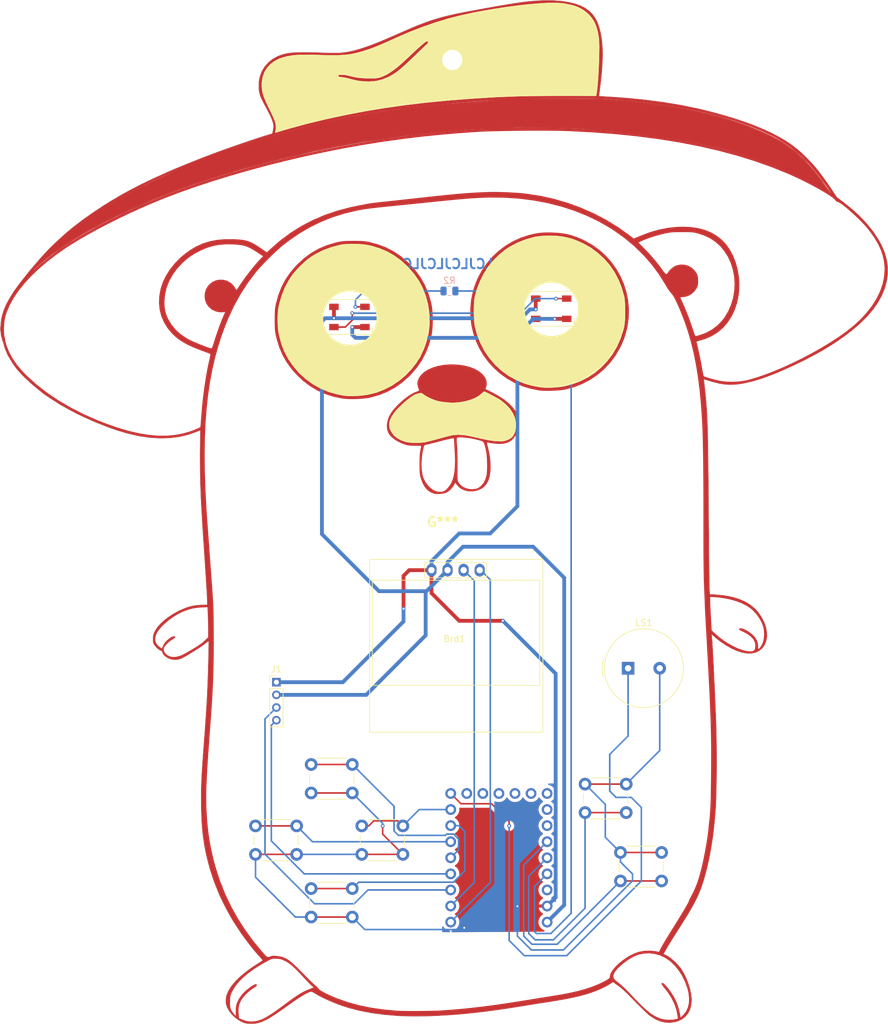
<source format=kicad_pcb>
(kicad_pcb (version 20240108) (generator "pcbnew") (generator_version "8.0")
  (layers (0 "F.Cu" signal) (31 "B.Cu" signal) (34 "B.Paste" user) (35 "F.Paste" user) (36 "B.SilkS" user "B.Silkscreen") (37 "F.SilkS" user "F.Silkscreen") (38 "B.Mask" user) (39 "F.Mask" user) (44 "Edge.Cuts" user))
  (net 0 "")
  (net 1 "GND")
  (net 2 "VCC")
  (net 3 "Net-(D1-DIN)")
  (net 4 "Net-(D1-DOUT)")
  (net 6 "/SDA")
  (net 7 "/SCL")
  (net 8 "/SDA1")
  (net 9 "/SCL1")
  (net 10 "Net-(U1-GP8)")
  (net 11 "/GP29")
  (net 12 "Net-(U1-GP4)")
  (net 13 "Net-(U1-GP5)")
  (net 14 "Net-(U1-GP6)")
  (net 15 "Net-(U1-GP7)")
  (net 16 "Net-(U1-GP28)")
  (net 17 "Net-(U1-GP27)")
  (footprint "LED_SMD:LED_WS2812B_PLCC4_5.0x5.0mm_P3.2mm" (layer "F.Cu") (at 93.05 73.8)
    (property "Reference" "D1" (hide yes))
    (property "Value" "WS2812B")
  )
  (footprint "LED_SMD:LED_WS2812B_PLCC4_5.0x5.0mm_P3.2mm" (layer "F.Cu") (at 124.95 72.5)
    (property "Reference" "D2" (hide yes))
    (property "Value" "WS2812B")
  )
  (footprint "rp2040-zero:my-rp2040-zero" (layer "F.Cu") (at 116.68 159.24 180)
    (property "Reference" "U1" (hide yes))
    (property "Value" "~" (hide yes))
  )
  (footprint "XIAO:128x64OLED" (layer "F.Cu") (at 109.64 124.4)
    (property "Reference" "Brd1")
    (property "Value" "SSD1306")
  )
  (footprint "Button_Switch_THT:SW_PUSH_6mm_H4.3mm" (layer "F.Cu") (at 130.3 147.6)
    (property "Reference" "SW5" (hide yes))
    (property "Value" "SW_Push")
  )
  (footprint "gopher:gopher_cowboy" (layer "F.Cu") (at 107.8 106.2)
    (property "Reference" "G***")
    (property "Value" "LOGO" (hide yes))
    (fp_line (start -69.97 -30.46) (end -69.88 -31.64) (stroke (width 0.05)) (layer "Edge.Cuts"))
    (fp_line (start -69.88 -31.64) (end -69.76 -32.39) (stroke (width 0.05)) (layer "Edge.Cuts"))
    (fp_line (start -69.86 -29.53) (end -69.97 -30.46) (stroke (width 0.05)) (layer "Edge.Cuts"))
    (fp_line (start -69.76 -32.39) (end -69.44 -33.46) (stroke (width 0.05)) (layer "Edge.Cuts"))
    (fp_line (start -69.6 -28.58) (end -69.86 -29.53) (stroke (width 0.05)) (layer "Edge.Cuts"))
    (fp_line (start -69.44 -33.46) (end -69.08 -34.33) (stroke (width 0.05)) (layer "Edge.Cuts"))
    (fp_line (start -69.25 -27.42) (end -69.6 -28.58) (stroke (width 0.05)) (layer "Edge.Cuts"))
    (fp_line (start -69.08 -34.33) (end -68.73 -34.98) (stroke (width 0.05)) (layer "Edge.Cuts"))
    (fp_line (start -68.86 -26.43) (end -69.25 -27.42) (stroke (width 0.05)) (layer "Edge.Cuts"))
    (fp_line (start -68.73 -34.98) (end -68.3 -35.73) (stroke (width 0.05)) (layer "Edge.Cuts"))
    (fp_line (start -68.3 -35.73) (end -67.74 -36.63) (stroke (width 0.05)) (layer "Edge.Cuts"))
    (fp_line (start -67.9 -24.88) (end -68.86 -26.43) (stroke (width 0.05)) (layer "Edge.Cuts"))
    (fp_line (start -67.74 -36.63) (end -66.8 -37.87) (stroke (width 0.05)) (layer "Edge.Cuts"))
    (fp_line (start -67.39 -24.16) (end -67.9 -24.88) (stroke (width 0.05)) (layer "Edge.Cuts"))
    (fp_line (start -66.8 -37.87) (end -65.25 -39.83) (stroke (width 0.05)) (layer "Edge.Cuts"))
    (fp_line (start -66.31 -22.98) (end -67.39 -24.16) (stroke (width 0.05)) (layer "Edge.Cuts"))
    (fp_line (start -65.25 -39.83) (end -63.14 -42.28) (stroke (width 0.05)) (layer "Edge.Cuts"))
    (fp_line (start -64.8 -21.6) (end -66.31 -22.98) (stroke (width 0.05)) (layer "Edge.Cuts"))
    (fp_line (start -63.14 -42.28) (end -61.95 -43.54) (stroke (width 0.05)) (layer "Edge.Cuts"))
    (fp_line (start -62.99 -20.13) (end -64.8 -21.6) (stroke (width 0.05)) (layer "Edge.Cuts"))
    (fp_line (start -61.95 -43.54) (end -58.82 -46.38) (stroke (width 0.05)) (layer "Edge.Cuts"))
    (fp_line (start -60.47 -18.5) (end -62.99 -20.13) (stroke (width 0.05)) (layer "Edge.Cuts"))
    (fp_line (start -58.82 -46.38) (end -56.74 -47.95) (stroke (width 0.05)) (layer "Edge.Cuts"))
    (fp_line (start -57.93 -17.11) (end -60.47 -18.5) (stroke (width 0.05)) (layer "Edge.Cuts"))
    (fp_line (start -56.74 -47.95) (end -55.04 -49.16) (stroke (width 0.05)) (layer "Edge.Cuts"))
    (fp_line (start -55.31 -15.9) (end -57.93 -17.11) (stroke (width 0.05)) (layer "Edge.Cuts"))
    (fp_line (start -55.04 -49.16) (end -52.63 -50.68) (stroke (width 0.05)) (layer "Edge.Cuts"))
    (fp_line (start -53.01 -14.98) (end -55.31 -15.9) (stroke (width 0.05)) (layer "Edge.Cuts"))
    (fp_line (start -52.63 -50.68) (end -50.54 -51.91) (stroke (width 0.05)) (layer "Edge.Cuts"))
    (fp_line (start -51.47 -14.44) (end -53.01 -14.98) (stroke (width 0.05)) (layer "Edge.Cuts"))
    (fp_line (start -50.54 -51.91) (end -47.84 -53.34) (stroke (width 0.05)) (layer "Edge.Cuts"))
    (fp_line (start -49.98 -14) (end -51.47 -14.44) (stroke (width 0.05)) (layer "Edge.Cuts"))
    (fp_line (start -49.19 -13.81) (end -49.98 -14) (stroke (width 0.05)) (layer "Edge.Cuts"))
    (fp_line (start -47.94 -13.53) (end -49.19 -13.81) (stroke (width 0.05)) (layer "Edge.Cuts"))
    (fp_line (start -47.84 -53.34) (end -46.28 -54.08) (stroke (width 0.05)) (layer "Edge.Cuts"))
    (fp_line (start -46.28 -54.08) (end -43.54 -55.33) (stroke (width 0.05)) (layer "Edge.Cuts"))
    (fp_line (start -46.26 -13.29) (end -47.94 -13.53) (stroke (width 0.05)) (layer "Edge.Cuts"))
    (fp_line (start -45.83 18.27) (end -45.82 18.1) (stroke (width 0.05)) (layer "Edge.Cuts"))
    (fp_line (start -45.83 18.65) (end -45.83 18.27) (stroke (width 0.05)) (layer "Edge.Cuts"))
    (fp_line (start -45.82 18.1) (end -45.78 17.83) (stroke (width 0.05)) (layer "Edge.Cuts"))
    (fp_line (start -45.82 18.92) (end -45.83 18.65) (stroke (width 0.05)) (layer "Edge.Cuts"))
    (fp_line (start -45.78 17.83) (end -45.71 17.57) (stroke (width 0.05)) (layer "Edge.Cuts"))
    (fp_line (start -45.78 19.13) (end -45.82 18.92) (stroke (width 0.05)) (layer "Edge.Cuts"))
    (fp_line (start -45.71 17.57) (end -45.56 17.26) (stroke (width 0.05)) (layer "Edge.Cuts"))
    (fp_line (start -45.71 19.3) (end -45.78 19.13) (stroke (width 0.05)) (layer "Edge.Cuts"))
    (fp_line (start -45.59 19.48) (end -45.71 19.3) (stroke (width 0.05)) (layer "Edge.Cuts"))
    (fp_line (start -45.56 17.26) (end -45.2 16.68) (stroke (width 0.05)) (layer "Edge.Cuts"))
    (fp_line (start -45.34 19.79) (end -45.59 19.48) (stroke (width 0.05)) (layer "Edge.Cuts"))
    (fp_line (start -45.2 16.68) (end -44.7 16.08) (stroke (width 0.05)) (layer "Edge.Cuts"))
    (fp_line (start -45.1 20.01) (end -45.34 19.79) (stroke (width 0.05)) (layer "Edge.Cuts"))
    (fp_line (start -44.85 20.21) (end -45.1 20.01) (stroke (width 0.05)) (layer "Edge.Cuts"))
    (fp_line (start -44.7 16.08) (end -44.02 15.46) (stroke (width 0.05)) (layer "Edge.Cuts"))
    (fp_line (start -44.64 20.33) (end -44.85 20.21) (stroke (width 0.05)) (layer "Edge.Cuts"))
    (fp_line (start -44.6 -13.2) (end -46.26 -13.29) (stroke (width 0.05)) (layer "Edge.Cuts"))
    (fp_line (start -44.52 20.35) (end -44.64 20.33) (stroke (width 0.05)) (layer "Edge.Cuts"))
    (fp_line (start -44.44 20.38) (end -44.52 20.35) (stroke (width 0.05)) (layer "Edge.Cuts"))
    (fp_line (start -44.4 20.51) (end -44.44 20.38) (stroke (width 0.05)) (layer "Edge.Cuts"))
    (fp_line (start -44.32 20.73) (end -44.4 20.51) (stroke (width 0.05)) (layer "Edge.Cuts"))
    (fp_line (start -44.09 21.06) (end -44.32 20.73) (stroke (width 0.05)) (layer "Edge.Cuts"))
    (fp_line (start -44.02 15.46) (end -43.36 14.96) (stroke (width 0.05)) (layer "Edge.Cuts"))
    (fp_line (start -43.75 21.35) (end -44.09 21.06) (stroke (width 0.05)) (layer "Edge.Cuts"))
    (fp_line (start -43.54 -55.33) (end -42.15 -55.92) (stroke (width 0.05)) (layer "Edge.Cuts"))
    (fp_line (start -43.36 14.96) (end -42.59 14.46) (stroke (width 0.05)) (layer "Edge.Cuts"))
    (fp_line (start -43.33 21.58) (end -43.75 21.35) (stroke (width 0.05)) (layer "Edge.Cuts"))
    (fp_line (start -43.13 -13.25) (end -44.6 -13.2) (stroke (width 0.05)) (layer "Edge.Cuts"))
    (fp_line (start -42.86 21.73) (end -43.33 21.58) (stroke (width 0.05)) (layer "Edge.Cuts"))
    (fp_line (start -42.59 14.46) (end -41.75 14) (stroke (width 0.05)) (layer "Edge.Cuts"))
    (fp_line (start -42.38 21.79) (end -42.86 21.73) (stroke (width 0.05)) (layer "Edge.Cuts"))
    (fp_line (start -42.15 -55.92) (end -40.22 -56.71) (stroke (width 0.05)) (layer "Edge.Cuts"))
    (fp_line (start -42.11 21.78) (end -42.38 21.79) (stroke (width 0.05)) (layer "Edge.Cuts"))
    (fp_line (start -41.89 21.76) (end -42.11 21.78) (stroke (width 0.05)) (layer "Edge.Cuts"))
    (fp_line (start -41.75 14) (end -40.93 13.64) (stroke (width 0.05)) (layer "Edge.Cuts"))
    (fp_line (start -41.7 -13.42) (end -43.13 -13.25) (stroke (width 0.05)) (layer "Edge.Cuts"))
    (fp_line (start -41.67 21.71) (end -41.89 21.76) (stroke (width 0.05)) (layer "Edge.Cuts"))
    (fp_line (start -41.5 21.65) (end -41.67 21.71) (stroke (width 0.05)) (layer "Edge.Cuts"))
    (fp_line (start -41.21 21.53) (end -41.5 21.65) (stroke (width 0.05)) (layer "Edge.Cuts"))
    (fp_line (start -40.93 13.64) (end -40.36 13.42) (stroke (width 0.05)) (layer "Edge.Cuts"))
    (fp_line (start -40.86 21.35) (end -41.21 21.53) (stroke (width 0.05)) (layer "Edge.Cuts"))
    (fp_line (start -40.45 21.12) (end -40.86 21.35) (stroke (width 0.05)) (layer "Edge.Cuts"))
    (fp_line (start -40.36 -13.73) (end -41.7 -13.42) (stroke (width 0.05)) (layer "Edge.Cuts"))
    (fp_line (start -40.36 13.42) (end -40.02 13.33) (stroke (width 0.05)) (layer "Edge.Cuts"))
    (fp_line (start -40.22 -56.71) (end -37.44 -57.81) (stroke (width 0.05)) (layer "Edge.Cuts"))
    (fp_line (start -40.02 13.33) (end -39.7 13.23) (stroke (width 0.05)) (layer "Edge.Cuts"))
    (fp_line (start -39.93 20.81) (end -40.45 21.12) (stroke (width 0.05)) (layer "Edge.Cuts"))
    (fp_line (start -39.7 13.23) (end -39.04 13.12) (stroke (width 0.05)) (layer "Edge.Cuts"))
    (fp_line (start -39.66 20.64) (end -39.93 20.81) (stroke (width 0.05)) (layer "Edge.Cuts"))
    (fp_line (start -39.04 13.12) (end -38.33 13.06) (stroke (width 0.05)) (layer "Edge.Cuts"))
    (fp_line (start -38.93 -14.22) (end -40.36 -13.73) (stroke (width 0.05)) (layer "Edge.Cuts"))
    (fp_line (start -38.52 19.93) (end -39.66 20.64) (stroke (width 0.05)) (layer "Edge.Cuts"))
    (fp_line (start -38.41 -10.56) (end -38.39 -13.76) (stroke (width 0.05)) (layer "Edge.Cuts"))
    (fp_line (start -38.4 -9.01) (end -38.41 -10.56) (stroke (width 0.05)) (layer "Edge.Cuts"))
    (fp_line (start -38.39 -13.76) (end -38.37 -14.47) (stroke (width 0.05)) (layer "Edge.Cuts"))
    (fp_line (start -38.39 -7.53) (end -38.4 -9.01) (stroke (width 0.05)) (layer "Edge.Cuts"))
    (fp_line (start -38.37 -14.47) (end -38.93 -14.22) (stroke (width 0.05)) (layer "Edge.Cuts"))
    (fp_line (start -38.33 -5.3) (end -38.39 -7.53) (stroke (width 0.05)) (layer "Edge.Cuts"))
    (fp_line (start -38.33 13.06) (end -37.62 13.04) (stroke (width 0.05)) (layer "Edge.Cuts"))
    (fp_line (start -38.3 -4.41) (end -38.33 -5.3) (stroke (width 0.05)) (layer "Edge.Cuts"))
    (fp_line (start -38.24 42.91) (end -38.2 41.33) (stroke (width 0.05)) (layer "Edge.Cuts"))
    (fp_line (start -38.23 44.45) (end -38.24 42.91) (stroke (width 0.05)) (layer "Edge.Cuts"))
    (fp_line (start -38.21 -2.69) (end -38.3 -4.41) (stroke (width 0.05)) (layer "Edge.Cuts"))
    (fp_line (start -38.21 45.5) (end -38.23 44.45) (stroke (width 0.05)) (layer "Edge.Cuts"))
    (fp_line (start -38.2 41.33) (end -38.15 40) (stroke (width 0.05)) (layer "Edge.Cuts"))
    (fp_line (start -38.19 46.24) (end -38.21 45.5) (stroke (width 0.05)) (layer "Edge.Cuts"))
    (fp_line (start -38.16 46.97) (end -38.19 46.24) (stroke (width 0.05)) (layer "Edge.Cuts"))
    (fp_line (start -38.15 -1.53) (end -38.21 -2.69) (stroke (width 0.05)) (layer "Edge.Cuts"))
    (fp_line (start -38.15 40) (end -38.06 38.68) (stroke (width 0.05)) (layer "Edge.Cuts"))
    (fp_line (start -38.13 47.57) (end -38.16 46.97) (stroke (width 0.05)) (layer "Edge.Cuts"))
    (fp_line (start -38.08 48.21) (end -38.13 47.57) (stroke (width 0.05)) (layer "Edge.Cuts"))
    (fp_line (start -38.06 38.68) (end -37.98 37.45) (stroke (width 0.05)) (layer "Edge.Cuts"))
    (fp_line (start -38.04 0.24) (end -38.15 -1.53) (stroke (width 0.05)) (layer "Edge.Cuts"))
    (fp_line (start -37.98 19.56) (end -38.52 19.93) (stroke (width 0.05)) (layer "Edge.Cuts"))
    (fp_line (start -37.98 37.45) (end -37.86 35.82) (stroke (width 0.05)) (layer "Edge.Cuts"))
    (fp_line (start -37.97 49.41) (end -38.08 48.21) (stroke (width 0.05)) (layer "Edge.Cuts"))
    (fp_line (start -37.89 2.62) (end -38.04 0.24) (stroke (width 0.05)) (layer "Edge.Cuts"))
    (fp_line (start -37.86 35.82) (end -37.67 33.33) (stroke (width 0.05)) (layer "Edge.Cuts"))
    (fp_line (start -37.76 50.81) (end -37.97 49.41) (stroke (width 0.05)) (layer "Edge.Cuts"))
    (fp_line (start -37.75 4.63) (end -37.89 2.62) (stroke (width 0.05)) (layer "Edge.Cuts"))
    (fp_line (start -37.68 19.35) (end -37.98 19.56) (stroke (width 0.05)) (layer "Edge.Cuts"))
    (fp_line (start -37.68 51.27) (end -37.76 50.81) (stroke (width 0.05)) (layer "Edge.Cuts"))
    (fp_line (start -37.67 33.33) (end -37.55 31.59) (stroke (width 0.05)) (layer "Edge.Cuts"))
    (fp_line (start -37.62 6.7) (end -37.75 4.63) (stroke (width 0.05)) (layer "Edge.Cuts"))
    (fp_line (start -37.62 13.04) (end -37.26 13.02) (stroke (width 0.05)) (layer "Edge.Cuts"))
    (fp_line (start -37.55 31.59) (end -37.43 29.72) (stroke (width 0.05)) (layer "Edge.Cuts"))
    (fp_line (start -37.5 52.23) (end -37.68 51.27) (stroke (width 0.05)) (layer "Edge.Cuts"))
    (fp_line (start -37.47 19.17) (end -37.68 19.35) (stroke (width 0.05)) (layer "Edge.Cuts"))
    (fp_line (start -37.44 -57.81) (end -35.56 -58.51) (stroke (width 0.05)) (layer "Edge.Cuts"))
    (fp_line (start -37.43 29.72) (end -37.35 28.48) (stroke (width 0.05)) (layer "Edge.Cuts"))
    (fp_line (start -37.4 52.69) (end -37.5 52.23) (stroke (width 0.05)) (layer "Edge.Cuts"))
    (fp_line (start -37.39 10.24) (end -37.62 6.7) (stroke (width 0.05)) (layer "Edge.Cuts"))
    (fp_line (start -37.35 28.48) (end -37.29 27.52) (stroke (width 0.05)) (layer "Edge.Cuts"))
    (fp_line (start -37.3 11.83) (end -37.39 10.24) (stroke (width 0.05)) (layer "Edge.Cuts"))
    (fp_line (start -37.29 27.52) (end -37.23 26.08) (stroke (width 0.05)) (layer "Edge.Cuts"))
    (fp_line (start -37.28 12.53) (end -37.3 11.83) (stroke (width 0.05)) (layer "Edge.Cuts"))
    (fp_line (start -37.26 13.02) (end -37.28 12.53) (stroke (width 0.05)) (layer "Edge.Cuts"))
    (fp_line (start -37.26 19.01) (end -37.47 19.17) (stroke (width 0.05)) (layer "Edge.Cuts"))
    (fp_line (start -37.24 53.34) (end -37.4 52.69) (stroke (width 0.05)) (layer "Edge.Cuts"))
    (fp_line (start -37.23 26.08) (end -37.2 25.46) (stroke (width 0.05)) (layer "Edge.Cuts"))
    (fp_line (start -37.2 25.46) (end -37.15 23.98) (stroke (width 0.05)) (layer "Edge.Cuts"))
    (fp_line (start -37.15 23.98) (end -37.11 22.51) (stroke (width 0.05)) (layer "Edge.Cuts"))
    (fp_line (start -37.11 22.51) (end -37.06 20.7) (stroke (width 0.05)) (layer "Edge.Cuts"))
    (fp_line (start -37.1 18.89) (end -37.26 19.01) (stroke (width 0.05)) (layer "Edge.Cuts"))
    (fp_line (start -37.06 20.7) (end -37.04 19.55) (stroke (width 0.05)) (layer "Edge.Cuts"))
    (fp_line (start -37.04 18.87) (end -37.1 18.89) (stroke (width 0.05)) (layer "Edge.Cuts"))
    (fp_line (start -37.04 19.07) (end -37.04 18.87) (stroke (width 0.05)) (layer "Edge.Cuts"))
    (fp_line (start -37.04 19.55) (end -37.04 19.07) (stroke (width 0.05)) (layer "Edge.Cuts"))
    (fp_line (start -36.87 54.74) (end -37.24 53.34) (stroke (width 0.05)) (layer "Edge.Cuts"))
    (fp_line (start -36.8 54.97) (end -36.87 54.74) (stroke (width 0.05)) (layer "Edge.Cuts"))
    (fp_line (start -36.5 55.89) (end -36.8 54.97) (stroke (width 0.05)) (layer "Edge.Cuts"))
    (fp_line (start -36.26 56.6) (end -36.5 55.89) (stroke (width 0.05)) (layer "Edge.Cuts"))
    (fp_line (start -36.11 57.01) (end -36.26 56.6) (stroke (width 0.05)) (layer "Edge.Cuts"))
    (fp_line (start -35.76 57.89) (end -36.11 57.01) (stroke (width 0.05)) (layer "Edge.Cuts"))
    (fp_line (start -35.56 -58.51) (end -32.56 -59.58) (stroke (width 0.05)) (layer "Edge.Cuts"))
    (fp_line (start -35.34 58.92) (end -35.76 57.89) (stroke (width 0.05)) (layer "Edge.Cuts"))
    (fp_line (start -35.2 59.23) (end -35.34 58.92) (stroke (width 0.05)) (layer "Edge.Cuts"))
    (fp_line (start -34.87 59.9) (end -35.2 59.23) (stroke (width 0.05)) (layer "Edge.Cuts"))
    (fp_line (start -34.57 60.52) (end -34.87 59.9) (stroke (width 0.05)) (layer "Edge.Cuts"))
    (fp_line (start -34.33 75.39) (end -34.2 74.72) (stroke (width 0.05)) (layer "Edge.Cuts"))
    (fp_line (start -34.31 76.05) (end -34.33 75.39) (stroke (width 0.05)) (layer "Edge.Cuts"))
    (fp_line (start -34.2 74.72) (end -33.9 74.01) (stroke (width 0.05)) (layer "Edge.Cuts"))
    (fp_line (start -34.12 76.69) (end -34.31 76.05) (stroke (width 0.05)) (layer "Edge.Cuts"))
    (fp_line (start -33.9 74.01) (end -33.45 73.3) (stroke (width 0.05)) (layer "Edge.Cuts"))
    (fp_line (start -33.87 61.84) (end -34.57 60.52) (stroke (width 0.05)) (layer "Edge.Cuts"))
    (fp_line (start -33.78 77.3) (end -34.12 76.69) (stroke (width 0.05)) (layer "Edge.Cuts"))
    (fp_line (start -33.52 62.47) (end -33.87 61.84) (stroke (width 0.05)) (layer "Edge.Cuts"))
    (fp_line (start -33.45 73.3) (end -32.83 72.56) (stroke (width 0.05)) (layer "Edge.Cuts"))
    (fp_line (start -33.29 77.9) (end -33.78 77.3) (stroke (width 0.05)) (layer "Edge.Cuts"))
    (fp_line (start -33.08 63.2) (end -33.52 62.47) (stroke (width 0.05)) (layer "Edge.Cuts"))
    (fp_line (start -32.83 72.56) (end -32.31 72.03) (stroke (width 0.05)) (layer "Edge.Cuts"))
    (fp_line (start -32.7 78.43) (end -33.29 77.9) (stroke (width 0.05)) (layer "Edge.Cuts"))
    (fp_line (start -32.56 -59.58) (end -31.3 -60.01) (stroke (width 0.05)) (layer "Edge.Cuts"))
    (fp_line (start -32.31 72.03) (end -31.9 71.66) (stroke (width 0.05)) (layer "Edge.Cuts"))
    (fp_line (start -32.06 78.86) (end -32.7 78.43) (stroke (width 0.05)) (layer "Edge.Cuts"))
    (fp_line (start -31.9 71.66) (end -31.74 71.52) (stroke (width 0.05)) (layer "Edge.Cuts"))
    (fp_line (start -31.82 65.12) (end -33.08 63.2) (stroke (width 0.05)) (layer "Edge.Cuts"))
    (fp_line (start -31.74 71.52) (end -31.34 71.2) (stroke (width 0.05)) (layer "Edge.Cuts"))
    (fp_line (start -31.38 79.17) (end -32.06 78.86) (stroke (width 0.05)) (layer "Edge.Cuts"))
    (fp_line (start -31.34 71.2) (end -30.54 70.59) (stroke (width 0.05)) (layer "Edge.Cuts"))
    (fp_line (start -31.33 65.78) (end -31.82 65.12) (stroke (width 0.05)) (layer "Edge.Cuts"))
    (fp_line (start -31.3 -60.01) (end -29.35 -60.67) (stroke (width 0.05)) (layer "Edge.Cuts"))
    (fp_line (start -30.86 79.26) (end -31.38 79.17) (stroke (width 0.05)) (layer "Edge.Cuts"))
    (fp_line (start -30.72 66.6) (end -31.33 65.78) (stroke (width 0.05)) (layer "Edge.Cuts"))
    (fp_line (start -30.54 70.59) (end -29.81 70.08) (stroke (width 0.05)) (layer "Edge.Cuts"))
    (fp_line (start -30.3 79.29) (end -30.86 79.26) (stroke (width 0.05)) (layer "Edge.Cuts"))
    (fp_line (start -29.99 67.52) (end -30.72 66.6) (stroke (width 0.05)) (layer "Edge.Cuts"))
    (fp_line (start -29.81 70.08) (end -29.31 69.77) (stroke (width 0.05)) (layer "Edge.Cuts"))
    (fp_line (start -29.72 79.27) (end -30.3 79.29) (stroke (width 0.05)) (layer "Edge.Cuts"))
    (fp_line (start -29.61 67.97) (end -29.99 67.52) (stroke (width 0.05)) (layer "Edge.Cuts"))
    (fp_line (start -29.35 -60.67) (end -28.1 -61.07) (stroke (width 0.05)) (layer "Edge.Cuts"))
    (fp_line (start -29.31 69.77) (end -28.91 69.51) (stroke (width 0.05)) (layer "Edge.Cuts"))
    (fp_line (start -29.21 68.43) (end -29.61 67.97) (stroke (width 0.05)) (layer "Edge.Cuts"))
    (fp_line (start -29.12 -69.52) (end -28.95 -70.39) (stroke (width 0.05)) (layer "Edge.Cuts"))
    (fp_line (start -29.12 -68.46) (end -29.12 -69.52) (stroke (width 0.05)) (layer "Edge.Cuts"))
    (fp_line (start -29.09 79.15) (end -29.72 79.27) (stroke (width 0.05)) (layer "Edge.Cuts"))
    (fp_line (start -29.05 -67.9) (end -29.12 -68.46) (stroke (width 0.05)) (layer "Edge.Cuts"))
    (fp_line (start -28.95 -70.39) (end -28.64 -71.22) (stroke (width 0.05)) (layer "Edge.Cuts"))
    (fp_line (start -28.92 -67.42) (end -29.05 -67.9) (stroke (width 0.05)) (layer "Edge.Cuts"))
    (fp_line (start -28.91 69.51) (end -28.68 69.36) (stroke (width 0.05)) (layer "Edge.Cuts"))
    (fp_line (start -28.71 68.98) (end -29.21 68.43) (stroke (width 0.05)) (layer "Edge.Cuts"))
    (fp_line (start -28.69 -66.85) (end -28.92 -67.42) (stroke (width 0.05)) (layer "Edge.Cuts"))
    (fp_line (start -28.68 69.36) (end -28.51 69.24) (stroke (width 0.05)) (layer "Edge.Cuts"))
    (fp_line (start -28.66 79.01) (end -29.09 79.15) (stroke (width 0.05)) (layer "Edge.Cuts"))
    (fp_line (start -28.64 -71.22) (end -28.2 -71.95) (stroke (width 0.05)) (layer "Edge.Cuts"))
    (fp_line (start -28.51 69.24) (end -28.71 68.98) (stroke (width 0.05)) (layer "Edge.Cuts"))
    (fp_line (start -28.22 -65.93) (end -28.69 -66.85) (stroke (width 0.05)) (layer "Edge.Cuts"))
    (fp_line (start -28.2 -71.95) (end -27.62 -72.61) (stroke (width 0.05)) (layer "Edge.Cuts"))
    (fp_line (start -28.1 -61.07) (end -27.25 -61.32) (stroke (width 0.05)) (layer "Edge.Cuts"))
    (fp_line (start -28.06 78.74) (end -28.66 79.01) (stroke (width 0.05)) (layer "Edge.Cuts"))
    (fp_line (start -27.9 -65.35) (end -28.22 -65.93) (stroke (width 0.05)) (layer "Edge.Cuts"))
    (fp_line (start -27.62 -72.61) (end -26.94 -73.16) (stroke (width 0.05)) (layer "Edge.Cuts"))
    (fp_line (start -27.35 78.37) (end -28.06 78.74) (stroke (width 0.05)) (layer "Edge.Cuts"))
    (fp_line (start -27.27 -64.12) (end -27.9 -65.35) (stroke (width 0.05)) (layer "Edge.Cuts"))
    (fp_line (start -27.25 -61.32) (end -26.97 -61.4) (stroke (width 0.05)) (layer "Edge.Cuts"))
    (fp_line (start -27.06 -63.62) (end -27.27 -64.12) (stroke (width 0.05)) (layer "Edge.Cuts"))
    (fp_line (start -26.97 -61.4) (end -26.85 -62.03) (stroke (width 0.05)) (layer "Edge.Cuts"))
    (fp_line (start -26.94 -73.16) (end -26.14 -73.62) (stroke (width 0.05)) (layer "Edge.Cuts"))
    (fp_line (start -26.93 -63.26) (end -27.06 -63.62) (stroke (width 0.05)) (layer "Edge.Cuts"))
    (fp_line (start -26.85 -62.03) (end -26.79 -62.41) (stroke (width 0.05)) (layer "Edge.Cuts"))
    (fp_line (start -26.84 -62.93) (end -26.93 -63.26) (stroke (width 0.05)) (layer "Edge.Cuts"))
    (fp_line (start -26.8 -62.68) (end -26.84 -62.93) (stroke (width 0.05)) (layer "Edge.Cuts"))
    (fp_line (start -26.79 -62.41) (end -26.8 -62.68) (stroke (width 0.05)) (layer "Edge.Cuts"))
    (fp_line (start -26.55 77.86) (end -27.35 78.37) (stroke (width 0.05)) (layer "Edge.Cuts"))
    (fp_line (start -26.14 -73.62) (end -25.33 -73.9) (stroke (width 0.05)) (layer "Edge.Cuts"))
    (fp_line (start -25.95 77.45) (end -26.55 77.86) (stroke (width 0.05)) (layer "Edge.Cuts"))
    (fp_line (start -25.33 -73.9) (end -24.93 -74.01) (stroke (width 0.05)) (layer "Edge.Cuts"))
    (fp_line (start -25.07 76.84) (end -25.95 77.45) (stroke (width 0.05)) (layer "Edge.Cuts"))
    (fp_line (start -24.93 -74.01) (end -24.61 -74.08) (stroke (width 0.05)) (layer "Edge.Cuts"))
    (fp_line (start -24.61 -74.08) (end -24.11 -74.15) (stroke (width 0.05)) (layer "Edge.Cuts"))
    (fp_line (start -24.56 76.48) (end -25.07 76.84) (stroke (width 0.05)) (layer "Edge.Cuts"))
    (fp_line (start -24.11 -74.15) (end -23.6 -74.2) (stroke (width 0.05)) (layer "Edge.Cuts"))
    (fp_line (start -23.6 -74.2) (end -23.02 -74.23) (stroke (width 0.05)) (layer "Edge.Cuts"))
    (fp_line (start -23.34 75.61) (end -24.56 76.48) (stroke (width 0.05)) (layer "Edge.Cuts"))
    (fp_line (start -23.02 -74.23) (end -22.31 -74.24) (stroke (width 0.05)) (layer "Edge.Cuts"))
    (fp_line (start -22.51 75.07) (end -23.34 75.61) (stroke (width 0.05)) (layer "Edge.Cuts"))
    (fp_line (start -22.31 -74.24) (end -21.67 -74.24) (stroke (width 0.05)) (layer "Edge.Cuts"))
    (fp_line (start -21.75 74.61) (end -22.51 75.07) (stroke (width 0.05)) (layer "Edge.Cuts"))
    (fp_line (start -21.67 -74.24) (end -20.81 -74.23) (stroke (width 0.05)) (layer "Edge.Cuts"))
    (fp_line (start -21.36 74.41) (end -21.75 74.61) (stroke (width 0.05)) (layer "Edge.Cuts"))
    (fp_line (start -21.02 74.27) (end -21.36 74.41) (stroke (width 0.05)) (layer "Edge.Cuts"))
    (fp_line (start -20.86 74.23) (end -21.02 74.27) (stroke (width 0.05)) (layer "Edge.Cuts"))
    (fp_line (start -20.81 -74.23) (end -19.57 -74.2) (stroke (width 0.05)) (layer "Edge.Cuts"))
    (fp_line (start -20.72 74.23) (end -20.86 74.23) (stroke (width 0.05)) (layer "Edge.Cuts"))
    (fp_line (start -20.55 74.3) (end -20.72 74.23) (stroke (width 0.05)) (layer "Edge.Cuts"))
    (fp_line (start -20.35 74.42) (end -20.55 74.3) (stroke (width 0.05)) (layer "Edge.Cuts"))
    (fp_line (start -19.68 74.82) (end -20.35 74.42) (stroke (width 0.05)) (layer "Edge.Cuts"))
    (fp_line (start -19.57 -74.2) (end -18.38 -74.16) (stroke (width 0.05)) (layer "Edge.Cuts"))
    (fp_line (start -18.7 75.32) (end -19.68 74.82) (stroke (width 0.05)) (layer "Edge.Cuts"))
    (fp_line (start -18.38 -74.16) (end -17.73 -74.14) (stroke (width 0.05)) (layer "Edge.Cuts"))
    (fp_line (start -17.73 -74.14) (end -17.13 -74.14) (stroke (width 0.05)) (layer "Edge.Cuts"))
    (fp_line (start -17.36 75.9) (end -18.7 75.32) (stroke (width 0.05)) (layer "Edge.Cuts"))
    (fp_line (start -17.13 -74.14) (end -16.54 -74.15) (stroke (width 0.05)) (layer "Edge.Cuts"))
    (fp_line (start -16.7 76.17) (end -17.36 75.9) (stroke (width 0.05)) (layer "Edge.Cuts"))
    (fp_line (start -16.54 -74.15) (end -15.87 -74.19) (stroke (width 0.05)) (layer "Edge.Cuts"))
    (fp_line (start -15.87 -74.19) (end -15.3 -74.26) (stroke (width 0.05)) (layer "Edge.Cuts"))
    (fp_line (start -15.76 76.51) (end -16.7 76.17) (stroke (width 0.05)) (layer "Edge.Cuts"))
    (fp_line (start -15.3 -74.26) (end -14.29 -74.46) (stroke (width 0.05)) (layer "Edge.Cuts"))
    (fp_line (start -14.65 76.85) (end -15.76 76.51) (stroke (width 0.05)) (layer "Edge.Cuts"))
    (fp_line (start -14.29 -74.46) (end -13.13 -74.78) (stroke (width 0.05)) (layer "Edge.Cuts"))
    (fp_line (start -13.29 77.2) (end -14.65 76.85) (stroke (width 0.05)) (layer "Edge.Cuts"))
    (fp_line (start -13.13 -74.78) (end -11.97 -75.16) (stroke (width 0.05)) (layer "Edge.Cuts"))
    (fp_line (start -12.46 77.37) (end -13.29 77.2) (stroke (width 0.05)) (layer "Edge.Cuts"))
    (fp_line (start -11.97 -75.16) (end -11.25 -75.42) (stroke (width 0.05)) (layer "Edge.Cuts"))
    (fp_line (start -11.25 -75.42) (end -9.74 -76.02) (stroke (width 0.05)) (layer "Edge.Cuts"))
    (fp_line (start -11.16 77.62) (end -12.46 77.37) (stroke (width 0.05)) (layer "Edge.Cuts"))
    (fp_line (start -9.74 -76.02) (end -7.82 -76.84) (stroke (width 0.05)) (layer "Edge.Cuts"))
    (fp_line (start -9.29 77.86) (end -11.16 77.62) (stroke (width 0.05)) (layer "Edge.Cuts"))
    (fp_line (start -7.82 -76.84) (end -6.05 -77.62) (stroke (width 0.05)) (layer "Edge.Cuts"))
    (fp_line (start -6.9 78.06) (end -9.29 77.86) (stroke (width 0.05)) (layer "Edge.Cuts"))
    (fp_line (start -6.05 -77.62) (end -4.06 -78.47) (stroke (width 0.05)) (layer "Edge.Cuts"))
    (fp_line (start -6.02 78.08) (end -6.9 78.06) (stroke (width 0.05)) (layer "Edge.Cuts"))
    (fp_line (start -4.54 78.12) (end -6.02 78.08) (stroke (width 0.05)) (layer "Edge.Cuts"))
    (fp_line (start -4.21 78.12) (end -4.54 78.12) (stroke (width 0.05)) (layer "Edge.Cuts"))
    (fp_line (start -4.06 -78.47) (end -1.86 -79.29) (stroke (width 0.05)) (layer "Edge.Cuts"))
    (fp_line (start -2.67 78.09) (end -4.21 78.12) (stroke (width 0.05)) (layer "Edge.Cuts"))
    (fp_line (start -1.86 -79.29) (end 0.06 -79.85) (stroke (width 0.05)) (layer "Edge.Cuts"))
    (fp_line (start -1.78 78.07) (end -2.67 78.09) (stroke (width 0.05)) (layer "Edge.Cuts"))
    (fp_line (start -0.21 77.99) (end -1.78 78.07) (stroke (width 0.05)) (layer "Edge.Cuts"))
    (fp_line (start 0.06 -79.85) (end 2.13 -80.34) (stroke (width 0.05)) (layer "Edge.Cuts"))
    (fp_line (start 0.98 77.93) (end -0.21 77.99) (stroke (width 0.05)) (layer "Edge.Cuts"))
    (fp_line (start 2.1 77.84) (end 0.98 77.93) (stroke (width 0.05)) (layer "Edge.Cuts"))
    (fp_line (start 2.13 -80.34) (end 4.11 -80.72) (stroke (width 0.05)) (layer "Edge.Cuts"))
    (fp_line (start 2.85 77.79) (end 2.1 77.84) (stroke (width 0.05)) (layer "Edge.Cuts"))
    (fp_line (start 4.11 -80.72) (end 6.52 -81.16) (stroke (width 0.05)) (layer "Edge.Cuts"))
    (fp_line (start 4.22 77.65) (end 2.85 77.79) (stroke (width 0.05)) (layer "Edge.Cuts"))
    (fp_line (start 5.6 77.5) (end 4.22 77.65) (stroke (width 0.05)) (layer "Edge.Cuts"))
    (fp_line (start 6.45 77.4) (end 5.6 77.5) (stroke (width 0.05)) (layer "Edge.Cuts"))
    (fp_line (start 6.52 -81.16) (end 7.88 -81.42) (stroke (width 0.05)) (layer "Edge.Cuts"))
    (fp_line (start 7.2 77.31) (end 6.45 77.4) (stroke (width 0.05)) (layer "Edge.Cuts"))
    (fp_line (start 7.88 -81.42) (end 10.15 -81.8) (stroke (width 0.05)) (layer "Edge.Cuts"))
    (fp_line (start 8.28 77.16) (end 7.2 77.31) (stroke (width 0.05)) (layer "Edge.Cuts"))
    (fp_line (start 9.37 77) (end 8.28 77.16) (stroke (width 0.05)) (layer "Edge.Cuts"))
    (fp_line (start 10.15 -81.8) (end 12 -82.09) (stroke (width 0.05)) (layer "Edge.Cuts"))
    (fp_line (start 12 -82.09) (end 13.45 -82.28) (stroke (width 0.05)) (layer "Edge.Cuts"))
    (fp_line (start 12.02 76.6) (end 9.37 77) (stroke (width 0.05)) (layer "Edge.Cuts"))
    (fp_line (start 13.45 -82.28) (end 14.89 -82.4) (stroke (width 0.05)) (layer "Edge.Cuts"))
    (fp_line (start 14.16 76.25) (end 12.02 76.6) (stroke (width 0.05)) (layer "Edge.Cuts"))
    (fp_line (start 14.89 -82.4) (end 16.31 -82.45) (stroke (width 0.05)) (layer "Edge.Cuts"))
    (fp_line (start 15.28 76.07) (end 14.16 76.25) (stroke (width 0.05)) (layer "Edge.Cuts"))
    (fp_line (start 16.31 -82.45) (end 17.62 -82.43) (stroke (width 0.05)) (layer "Edge.Cuts"))
    (fp_line (start 16.86 75.83) (end 15.28 76.07) (stroke (width 0.05)) (layer "Edge.Cuts"))
    (fp_line (start 17.62 -82.43) (end 18.84 -82.34) (stroke (width 0.05)) (layer "Edge.Cuts"))
    (fp_line (start 17.69 75.7) (end 16.86 75.83) (stroke (width 0.05)) (layer "Edge.Cuts"))
    (fp_line (start 18.84 -82.34) (end 19.96 -82.16) (stroke (width 0.05)) (layer "Edge.Cuts"))
    (fp_line (start 19.79 75.32) (end 17.69 75.7) (stroke (width 0.05)) (layer "Edge.Cuts"))
    (fp_line (start 19.96 -82.16) (end 20.98 -81.91) (stroke (width 0.05)) (layer "Edge.Cuts"))
    (fp_line (start 20.74 75.13) (end 19.79 75.32) (stroke (width 0.05)) (layer "Edge.Cuts"))
    (fp_line (start 20.98 -81.91) (end 21.86 -81.59) (stroke (width 0.05)) (layer "Edge.Cuts"))
    (fp_line (start 21.67 74.91) (end 20.74 75.13) (stroke (width 0.05)) (layer "Edge.Cuts"))
    (fp_line (start 21.86 -81.59) (end 22.59 -81.2) (stroke (width 0.05)) (layer "Edge.Cuts"))
    (fp_line (start 22.47 74.7) (end 21.67 74.91) (stroke (width 0.05)) (layer "Edge.Cuts"))
    (fp_line (start 22.59 -81.2) (end 23.24 -80.72) (stroke (width 0.05)) (layer "Edge.Cuts"))
    (fp_line (start 23.24 -80.72) (end 23.75 -80.2) (stroke (width 0.05)) (layer "Edge.Cuts"))
    (fp_line (start 23.45 74.39) (end 22.47 74.7) (stroke (width 0.05)) (layer "Edge.Cuts"))
    (fp_line (start 23.75 -80.2) (end 24.2 -79.55) (stroke (width 0.05)) (layer "Edge.Cuts"))
    (fp_line (start 24.12 74.15) (end 23.45 74.39) (stroke (width 0.05)) (layer "Edge.Cuts"))
    (fp_line (start 24.2 -79.55) (end 24.53 -78.85) (stroke (width 0.05)) (layer "Edge.Cuts"))
    (fp_line (start 24.53 -78.85) (end 24.75 -78.21) (stroke (width 0.05)) (layer "Edge.Cuts"))
    (fp_line (start 24.54 73.98) (end 24.12 74.15) (stroke (width 0.05)) (layer "Edge.Cuts"))
    (fp_line (start 24.73 -67.3) (end 25.54 -67.27) (stroke (width 0.05)) (layer "Edge.Cuts"))
    (fp_line (start 24.75 -78.21) (end 24.96 -77.45) (stroke (width 0.05)) (layer "Edge.Cuts"))
    (fp_line (start 24.77 -67.53) (end 24.73 -67.3) (stroke (width 0.05)) (layer "Edge.Cuts"))
    (fp_line (start 24.86 -68.23) (end 24.77 -67.53) (stroke (width 0.05)) (layer "Edge.Cuts"))
    (fp_line (start 24.96 -77.45) (end 25.03 -77.11) (stroke (width 0.05)) (layer "Edge.Cuts"))
    (fp_line (start 25 -69.4) (end 24.86 -68.23) (stroke (width 0.05)) (layer "Edge.Cuts"))
    (fp_line (start 25.03 -77.11) (end 25.11 -76.68) (stroke (width 0.05)) (layer "Edge.Cuts"))
    (fp_line (start 25.11 -76.68) (end 25.21 -75.87) (stroke (width 0.05)) (layer "Edge.Cuts"))
    (fp_line (start 25.14 73.71) (end 24.54 73.98) (stroke (width 0.05)) (layer "Edge.Cuts"))
    (fp_line (start 25.16 -70.88) (end 25 -69.4) (stroke (width 0.05)) (layer "Edge.Cuts"))
    (fp_line (start 25.21 -75.87) (end 25.3 -74.9) (stroke (width 0.05)) (layer "Edge.Cuts"))
    (fp_line (start 25.27 -72.28) (end 25.16 -70.88) (stroke (width 0.05)) (layer "Edge.Cuts"))
    (fp_line (start 25.3 -74.9) (end 25.31 -73.66) (stroke (width 0.05)) (layer "Edge.Cuts"))
    (fp_line (start 25.31 -73.66) (end 25.27 -72.28) (stroke (width 0.05)) (layer "Edge.Cuts"))
    (fp_line (start 25.54 -67.27) (end 25.95 -67.25) (stroke (width 0.05)) (layer "Edge.Cuts"))
    (fp_line (start 25.71 73.44) (end 25.14 73.71) (stroke (width 0.05)) (layer "Edge.Cuts"))
    (fp_line (start 25.95 -67.25) (end 26.73 -67.2) (stroke (width 0.05)) (layer "Edge.Cuts"))
    (fp_line (start 26.26 73.13) (end 25.71 73.44) (stroke (width 0.05)) (layer "Edge.Cuts"))
    (fp_line (start 26.52 72.97) (end 26.26 73.13) (stroke (width 0.05)) (layer "Edge.Cuts"))
    (fp_line (start 26.73 -67.2) (end 27.99 -67.11) (stroke (width 0.05)) (layer "Edge.Cuts"))
    (fp_line (start 26.74 72.81) (end 26.52 72.97) (stroke (width 0.05)) (layer "Edge.Cuts"))
    (fp_line (start 26.9 72.73) (end 26.74 72.81) (stroke (width 0.05)) (layer "Edge.Cuts"))
    (fp_line (start 26.98 72.73) (end 26.9 72.73) (stroke (width 0.05)) (layer "Edge.Cuts"))
    (fp_line (start 27.1 72.83) (end 26.98 72.73) (stroke (width 0.05)) (layer "Edge.Cuts"))
    (fp_line (start 27.29 72.98) (end 27.1 72.83) (stroke (width 0.05)) (layer "Edge.Cuts"))
    (fp_line (start 27.95 73.45) (end 27.29 72.98) (stroke (width 0.05)) (layer "Edge.Cuts"))
    (fp_line (start 27.99 -67.11) (end 28.98 -67.04) (stroke (width 0.05)) (layer "Edge.Cuts"))
    (fp_line (start 28.48 73.89) (end 27.95 73.45) (stroke (width 0.05)) (layer "Edge.Cuts"))
    (fp_line (start 28.98 -67.04) (end 29.7 -66.97) (stroke (width 0.05)) (layer "Edge.Cuts"))
    (fp_line (start 29.3 74.67) (end 28.48 73.89) (stroke (width 0.05)) (layer "Edge.Cuts"))
    (fp_line (start 29.7 -66.97) (end 31.74 -66.77) (stroke (width 0.05)) (layer "Edge.Cuts"))
    (fp_line (start 30.57 75.97) (end 29.3 74.67) (stroke (width 0.05)) (layer "Edge.Cuts"))
    (fp_line (start 31.74 -66.77) (end 32 -66.74) (stroke (width 0.05)) (layer "Edge.Cuts"))
    (fp_line (start 32 -66.74) (end 33.33 -66.57) (stroke (width 0.05)) (layer "Edge.Cuts"))
    (fp_line (start 32.05 77.43) (end 30.57 75.97) (stroke (width 0.05)) (layer "Edge.Cuts"))
    (fp_line (start 32.66 77.98) (end 32.05 77.43) (stroke (width 0.05)) (layer "Edge.Cuts"))
    (fp_line (start 32.96 78.17) (end 32.66 77.98) (stroke (width 0.05)) (layer "Edge.Cuts"))
    (fp_line (start 33.33 -66.57) (end 33.95 -66.49) (stroke (width 0.05)) (layer "Edge.Cuts"))
    (fp_line (start 33.56 78.56) (end 32.96 78.17) (stroke (width 0.05)) (layer "Edge.Cuts"))
    (fp_line (start 33.95 -66.49) (end 35.07 -66.34) (stroke (width 0.05)) (layer "Edge.Cuts"))
    (fp_line (start 34.33 78.89) (end 33.56 78.56) (stroke (width 0.05)) (layer "Edge.Cuts"))
    (fp_line (start 34.93 68.22) (end 35.14 68.31) (stroke (width 0.05)) (layer "Edge.Cuts"))
    (fp_line (start 35.07 -66.34) (end 36.52 -66.1) (stroke (width 0.05)) (layer "Edge.Cuts"))
    (fp_line (start 35.1 67.96) (end 34.93 68.22) (stroke (width 0.05)) (layer "Edge.Cuts"))
    (fp_line (start 35.13 79.09) (end 34.33 78.89) (stroke (width 0.05)) (layer "Edge.Cuts"))
    (fp_line (start 35.14 68.31) (end 35.25 68.36) (stroke (width 0.05)) (layer "Edge.Cuts"))
    (fp_line (start 35.25 68.36) (end 35.72 68.62) (stroke (width 0.05)) (layer "Edge.Cuts"))
    (fp_line (start 35.34 67.53) (end 35.1 67.96) (stroke (width 0.05)) (layer "Edge.Cuts"))
    (fp_line (start 35.72 68.62) (end 36.21 68.98) (stroke (width 0.05)) (layer "Edge.Cuts"))
    (fp_line (start 35.73 66.88) (end 35.34 67.53) (stroke (width 0.05)) (layer "Edge.Cuts"))
    (fp_line (start 35.89 79.12) (end 35.13 79.09) (stroke (width 0.05)) (layer "Edge.Cuts"))
    (fp_line (start 36.19 66.12) (end 35.73 66.88) (stroke (width 0.05)) (layer "Edge.Cuts"))
    (fp_line (start 36.21 68.98) (end 36.75 69.46) (stroke (width 0.05)) (layer "Edge.Cuts"))
    (fp_line (start 36.52 -66.1) (end 37.77 -65.89) (stroke (width 0.05)) (layer "Edge.Cuts"))
    (fp_line (start 36.63 65.42) (end 36.19 66.12) (stroke (width 0.05)) (layer "Edge.Cuts"))
    (fp_line (start 36.72 79.02) (end 35.89 79.12) (stroke (width 0.05)) (layer "Edge.Cuts"))
    (fp_line (start 36.75 69.46) (end 37.22 69.95) (stroke (width 0.05)) (layer "Edge.Cuts"))
    (fp_line (start 37.11 78.91) (end 36.72 79.02) (stroke (width 0.05)) (layer "Edge.Cuts"))
    (fp_line (start 37.22 69.95) (end 37.68 70.51) (stroke (width 0.05)) (layer "Edge.Cuts"))
    (fp_line (start 37.56 63.96) (end 36.63 65.42) (stroke (width 0.05)) (layer "Edge.Cuts"))
    (fp_line (start 37.68 70.51) (end 37.78 70.65) (stroke (width 0.05)) (layer "Edge.Cuts"))
    (fp_line (start 37.77 -65.89) (end 38.4 -65.76) (stroke (width 0.05)) (layer "Edge.Cuts"))
    (fp_line (start 37.78 70.65) (end 37.99 71.01) (stroke (width 0.05)) (layer "Edge.Cuts"))
    (fp_line (start 37.79 78.61) (end 37.11 78.91) (stroke (width 0.05)) (layer "Edge.Cuts"))
    (fp_line (start 37.99 71.01) (end 38.16 71.3) (stroke (width 0.05)) (layer "Edge.Cuts"))
    (fp_line (start 38.16 71.3) (end 38.4 71.78) (stroke (width 0.05)) (layer "Edge.Cuts"))
    (fp_line (start 38.35 78.19) (end 37.79 78.61) (stroke (width 0.05)) (layer "Edge.Cuts"))
    (fp_line (start 38.4 -65.76) (end 39.19 -65.59) (stroke (width 0.05)) (layer "Edge.Cuts"))
    (fp_line (start 38.4 71.78) (end 38.54 72.08) (stroke (width 0.05)) (layer "Edge.Cuts"))
    (fp_line (start 38.43 62.58) (end 37.56 63.96) (stroke (width 0.05)) (layer "Edge.Cuts"))
    (fp_line (start 38.54 72.08) (end 38.85 72.88) (stroke (width 0.05)) (layer "Edge.Cuts"))
    (fp_line (start 38.79 77.67) (end 38.35 78.19) (stroke (width 0.05)) (layer "Edge.Cuts"))
    (fp_line (start 38.85 72.88) (end 39.11 73.73) (stroke (width 0.05)) (layer "Edge.Cuts"))
    (fp_line (start 39.11 73.73) (end 39.29 74.55) (stroke (width 0.05)) (layer "Edge.Cuts"))
    (fp_line (start 39.12 77.04) (end 38.79 77.67) (stroke (width 0.05)) (layer "Edge.Cuts"))
    (fp_line (start 39.14 61.4) (end 38.43 62.58) (stroke (width 0.05)) (layer "Edge.Cuts"))
    (fp_line (start 39.19 -65.59) (end 39.81 -65.47) (stroke (width 0.05)) (layer "Edge.Cuts"))
    (fp_line (start 39.29 74.55) (end 39.37 75.29) (stroke (width 0.05)) (layer "Edge.Cuts"))
    (fp_line (start 39.31 76.32) (end 39.12 77.04) (stroke (width 0.05)) (layer "Edge.Cuts"))
    (fp_line (start 39.37 75.29) (end 39.38 75.51) (stroke (width 0.05)) (layer "Edge.Cuts"))
    (fp_line (start 39.38 75.51) (end 39.31 76.32) (stroke (width 0.05)) (layer "Edge.Cuts"))
    (fp_line (start 39.6 60.6) (end 39.14 61.4) (stroke (width 0.05)) (layer "Edge.Cuts"))
    (fp_line (start 39.81 -65.47) (end 40.46 -65.33) (stroke (width 0.05)) (layer "Edge.Cuts"))
    (fp_line (start 40.11 59.62) (end 39.6 60.6) (stroke (width 0.05)) (layer "Edge.Cuts"))
    (fp_line (start 40.42 58.97) (end 40.11 59.62) (stroke (width 0.05)) (layer "Edge.Cuts"))
    (fp_line (start 40.46 -65.33) (end 41.39 -65.11) (stroke (width 0.05)) (layer "Edge.Cuts"))
    (fp_line (start 40.88 57.84) (end 40.42 58.97) (stroke (width 0.05)) (layer "Edge.Cuts"))
    (fp_line (start 41.28 56.67) (end 40.88 57.84) (stroke (width 0.05)) (layer "Edge.Cuts"))
    (fp_line (start 41.3 -22.52) (end 41.41 -21.7) (stroke (width 0.05)) (layer "Edge.Cuts"))
    (fp_line (start 41.39 -65.11) (end 42.39 -64.86) (stroke (width 0.05)) (layer "Edge.Cuts"))
    (fp_line (start 41.41 -21.7) (end 41.54 -20.48) (stroke (width 0.05)) (layer "Edge.Cuts"))
    (fp_line (start 41.54 -20.48) (end 41.65 -19.39) (stroke (width 0.05)) (layer "Edge.Cuts"))
    (fp_line (start 41.65 -19.39) (end 41.75 -18.14) (stroke (width 0.05)) (layer "Edge.Cuts"))
    (fp_line (start 41.75 -18.14) (end 41.86 -16.24) (stroke (width 0.05)) (layer "Edge.Cuts"))
    (fp_line (start 41.83 54.62) (end 41.28 56.67) (stroke (width 0.05)) (layer "Edge.Cuts"))
    (fp_line (start 41.86 -16.24) (end 41.91 -14.67) (stroke (width 0.05)) (layer "Edge.Cuts"))
    (fp_line (start 41.91 -14.67) (end 41.96 -12.58) (stroke (width 0.05)) (layer "Edge.Cuts"))
    (fp_line (start 41.96 -12.58) (end 42 -9.86) (stroke (width 0.05)) (layer "Edge.Cuts"))
    (fp_line (start 42 -9.86) (end 42.02 -7.72) (stroke (width 0.05)) (layer "Edge.Cuts"))
    (fp_line (start 42.02 -7.72) (end 42.07 -3.88) (stroke (width 0.05)) (layer "Edge.Cuts"))
    (fp_line (start 42.07 -3.88) (end 42.08 -0.86) (stroke (width 0.05)) (layer "Edge.Cuts"))
    (fp_line (start 42.08 -0.86) (end 42.1 1.41) (stroke (width 0.05)) (layer "Edge.Cuts"))
    (fp_line (start 42.1 1.41) (end 42.12 4.28) (stroke (width 0.05)) (layer "Edge.Cuts"))
    (fp_line (start 42.12 4.28) (end 42.15 6.67) (stroke (width 0.05)) (layer "Edge.Cuts"))
    (fp_line (start 42.15 6.67) (end 42.16 7.89) (stroke (width 0.05)) (layer "Edge.Cuts"))
    (fp_line (start 42.16 7.89) (end 42.19 9.79) (stroke (width 0.05)) (layer "Edge.Cuts"))
    (fp_line (start 42.18 53.07) (end 41.83 54.62) (stroke (width 0.05)) (layer "Edge.Cuts"))
    (fp_line (start 42.19 9.79) (end 42.2 10.38) (stroke (width 0.05)) (layer "Edge.Cuts"))
    (fp_line (start 42.2 10.38) (end 42.21 10.73) (stroke (width 0.05)) (layer "Edge.Cuts"))
    (fp_line (start 42.21 10.73) (end 42.26 11.38) (stroke (width 0.05)) (layer "Edge.Cuts"))
    (fp_line (start 42.24 -22.23) (end 41.3 -22.52) (stroke (width 0.05)) (layer "Edge.Cuts"))
    (fp_line (start 42.26 11.38) (end 42.66 11.4) (stroke (width 0.05)) (layer "Edge.Cuts"))
    (fp_line (start 42.39 -64.86) (end 43.12 -64.67) (stroke (width 0.05)) (layer "Edge.Cuts"))
    (fp_line (start 42.43 51.71) (end 42.18 53.07) (stroke (width 0.05)) (layer "Edge.Cuts"))
    (fp_line (start 42.55 17.8) (end 42.57 18.06) (stroke (width 0.05)) (layer "Edge.Cuts"))
    (fp_line (start 42.65 18.82) (end 42.57 18.06) (stroke (width 0.05)) (layer "Edge.Cuts"))
    (fp_line (start 42.66 11.4) (end 43.19 11.43) (stroke (width 0.05)) (layer "Edge.Cuts"))
    (fp_line (start 42.69 19.67) (end 42.65 18.82) (stroke (width 0.05)) (layer "Edge.Cuts"))
    (fp_line (start 42.69 19.67) (end 42.79 21.44) (stroke (width 0.05)) (layer "Edge.Cuts"))
    (fp_line (start 42.76 17.98) (end 42.55 17.8) (stroke (width 0.05)) (layer "Edge.Cuts"))
    (fp_line (start 42.78 49.47) (end 42.43 51.71) (stroke (width 0.05)) (layer "Edge.Cuts"))
    (fp_line (start 42.79 21.44) (end 42.87 23.03) (stroke (width 0.05)) (layer "Edge.Cuts"))
    (fp_line (start 42.87 23.03) (end 42.97 25.2) (stroke (width 0.05)) (layer "Edge.Cuts"))
    (fp_line (start 42.94 48.04) (end 42.78 49.47) (stroke (width 0.05)) (layer "Edge.Cuts"))
    (fp_line (start 42.97 25.2) (end 43.04 26.59) (stroke (width 0.05)) (layer "Edge.Cuts"))
    (fp_line (start 43.04 26.59) (end 43.1 27.99) (stroke (width 0.05)) (layer "Edge.Cuts"))
    (fp_line (start 43.07 46.68) (end 42.94 48.04) (stroke (width 0.05)) (layer "Edge.Cuts"))
    (fp_line (start 43.09 18.3) (end 42.76 17.98) (stroke (width 0.05)) (layer "Edge.Cuts"))
    (fp_line (start 43.1 27.99) (end 43.13 28.78) (stroke (width 0.05)) (layer "Edge.Cuts"))
    (fp_line (start 43.12 -64.67) (end 45.73 -63.92) (stroke (width 0.05)) (layer "Edge.Cuts"))
    (fp_line (start 43.13 28.78) (end 43.24 31.44) (stroke (width 0.05)) (layer "Edge.Cuts"))
    (fp_line (start 43.19 11.43) (end 44.54 11.57) (stroke (width 0.05)) (layer "Edge.Cuts"))
    (fp_line (start 43.21 44.9) (end 43.07 46.68) (stroke (width 0.05)) (layer "Edge.Cuts"))
    (fp_line (start 43.24 31.44) (end 43.28 32.6) (stroke (width 0.05)) (layer "Edge.Cuts"))
    (fp_line (start 43.25 43.89) (end 43.21 44.9) (stroke (width 0.05)) (layer "Edge.Cuts"))
    (fp_line (start 43.28 32.6) (end 43.31 34.11) (stroke (width 0.05)) (layer "Edge.Cuts"))
    (fp_line (start 43.31 34.11) (end 43.33 35.74) (stroke (width 0.05)) (layer "Edge.Cuts"))
    (fp_line (start 43.31 41.56) (end 43.25 43.89) (stroke (width 0.05)) (layer "Edge.Cuts"))
    (fp_line (start 43.33 35.74) (end 43.34 37.9) (stroke (width 0.05)) (layer "Edge.Cuts"))
    (fp_line (start 43.33 40.07) (end 43.31 41.56) (stroke (width 0.05)) (layer "Edge.Cuts"))
    (fp_line (start 43.34 37.9) (end 43.33 40.07) (stroke (width 0.05)) (layer "Edge.Cuts"))
    (fp_line (start 43.52 -21.89) (end 42.24 -22.23) (stroke (width 0.05)) (layer "Edge.Cuts"))
    (fp_line (start 43.9 18.93) (end 43.09 18.3) (stroke (width 0.05)) (layer "Edge.Cuts"))
    (fp_line (start 44.4 -21.73) (end 43.52 -21.89) (stroke (width 0.05)) (layer "Edge.Cuts"))
    (fp_line (start 44.54 11.57) (end 45.76 11.8) (stroke (width 0.05)) (layer "Edge.Cuts"))
    (fp_line (start 44.73 19.48) (end 43.9 18.93) (stroke (width 0.05)) (layer "Edge.Cuts"))
    (fp_line (start 45.25 -21.67) (end 44.4 -21.73) (stroke (width 0.05)) (layer "Edge.Cuts"))
    (fp_line (start 45.66 20.01) (end 44.73 19.48) (stroke (width 0.05)) (layer "Edge.Cuts"))
    (fp_line (start 45.73 -63.92) (end 48.03 -63.16) (stroke (width 0.05)) (layer "Edge.Cuts"))
    (fp_line (start 45.76 11.8) (end 46.87 12.13) (stroke (width 0.05)) (layer "Edge.Cuts"))
    (fp_line (start 46.07 -21.68) (end 45.25 -21.67) (stroke (width 0.05)) (layer "Edge.Cuts"))
    (fp_line (start 46.5 20.39) (end 45.66 20.01) (stroke (width 0.05)) (layer "Edge.Cuts"))
    (fp_line (start 46.87 12.13) (end 47.89 12.58) (stroke (width 0.05)) (layer "Edge.Cuts"))
    (fp_line (start 46.93 -21.77) (end 46.07 -21.68) (stroke (width 0.05)) (layer "Edge.Cuts"))
    (fp_line (start 47.33 20.65) (end 46.5 20.39) (stroke (width 0.05)) (layer "Edge.Cuts"))
    (fp_line (start 47.7 -21.9) (end 46.93 -21.77) (stroke (width 0.05)) (layer "Edge.Cuts"))
    (fp_line (start 47.89 12.58) (end 48.73 13.11) (stroke (width 0.05)) (layer "Edge.Cuts"))
    (fp_line (start 48.03 -63.16) (end 49.46 -62.61) (stroke (width 0.05)) (layer "Edge.Cuts"))
    (fp_line (start 48.15 20.79) (end 47.33 20.65) (stroke (width 0.05)) (layer "Edge.Cuts"))
    (fp_line (start 48.73 13.11) (end 49.48 13.74) (stroke (width 0.05)) (layer "Edge.Cuts"))
    (fp_line (start 48.88 20.78) (end 48.15 20.79) (stroke (width 0.05)) (layer "Edge.Cuts"))
    (fp_line (start 49.21 -22.26) (end 47.7 -21.9) (stroke (width 0.05)) (layer "Edge.Cuts"))
    (fp_line (start 49.46 -62.61) (end 51.04 -61.95) (stroke (width 0.05)) (layer "Edge.Cuts"))
    (fp_line (start 49.48 13.74) (end 49.95 14.29) (stroke (width 0.05)) (layer "Edge.Cuts"))
    (fp_line (start 49.52 20.63) (end 48.88 20.78) (stroke (width 0.05)) (layer "Edge.Cuts"))
    (fp_line (start 49.95 14.29) (end 50.47 15.07) (stroke (width 0.05)) (layer "Edge.Cuts"))
    (fp_line (start 50.04 20.37) (end 49.52 20.63) (stroke (width 0.05)) (layer "Edge.Cuts"))
    (fp_line (start 50.35 -22.61) (end 49.21 -22.26) (stroke (width 0.05)) (layer "Edge.Cuts"))
    (fp_line (start 50.47 15.07) (end 50.87 15.86) (stroke (width 0.05)) (layer "Edge.Cuts"))
    (fp_line (start 50.53 19.98) (end 50.04 20.37) (stroke (width 0.05)) (layer "Edge.Cuts"))
    (fp_line (start 50.87 15.86) (end 51.13 16.62) (stroke (width 0.05)) (layer "Edge.Cuts"))
    (fp_line (start 50.92 19.43) (end 50.53 19.98) (stroke (width 0.05)) (layer "Edge.Cuts"))
    (fp_line (start 51.04 -61.95) (end 51.95 -61.52) (stroke (width 0.05)) (layer "Edge.Cuts"))
    (fp_line (start 51.13 16.62) (end 51.27 17.35) (stroke (width 0.05)) (layer "Edge.Cuts"))
    (fp_line (start 51.15 18.84) (end 50.92 19.43) (stroke (width 0.05)) (layer "Edge.Cuts"))
    (fp_line (start 51.27 17.35) (end 51.29 18.16) (stroke (width 0.05)) (layer "Edge.Cuts"))
    (fp_line (start 51.29 18.16) (end 51.15 18.84) (stroke (width 0.05)) (layer "Edge.Cuts"))
    (fp_line (start 51.31 -22.95) (end 50.35 -22.61) (stroke (width 0.05)) (layer "Edge.Cuts"))
    (fp_line (start 51.95 -61.52) (end 53.25 -60.84) (stroke (width 0.05)) (layer "Edge.Cuts"))
    (fp_line (start 52.8 -23.52) (end 51.31 -22.95) (stroke (width 0.05)) (layer "Edge.Cuts"))
    (fp_line (start 53.25 -60.84) (end 54.14 -60.32) (stroke (width 0.05)) (layer "Edge.Cuts"))
    (fp_line (start 54.14 -60.32) (end 55.1 -59.68) (stroke (width 0.05)) (layer "Edge.Cuts"))
    (fp_line (start 55.09 -24.54) (end 52.8 -23.52) (stroke (width 0.05)) (layer "Edge.Cuts"))
    (fp_line (start 55.1 -59.68) (end 55.97 -59.02) (stroke (width 0.05)) (layer "Edge.Cuts"))
    (fp_line (start 55.97 -59.02) (end 56.87 -58.24) (stroke (width 0.05)) (layer "Edge.Cuts"))
    (fp_line (start 56.87 -58.24) (end 57.6 -57.53) (stroke (width 0.05)) (layer "Edge.Cuts"))
    (fp_line (start 57.05 -25.47) (end 55.09 -24.54) (stroke (width 0.05)) (layer "Edge.Cuts"))
    (fp_line (start 57.6 -57.53) (end 58.5 -56.59) (stroke (width 0.05)) (layer "Edge.Cuts"))
    (fp_line (start 58.5 -56.59) (end 59.08 -55.91) (stroke (width 0.05)) (layer "Edge.Cuts"))
    (fp_line (start 59.08 -55.91) (end 59.6 -55.25) (stroke (width 0.05)) (layer "Edge.Cuts"))
    (fp_line (start 59.13 -26.56) (end 57.05 -25.47) (stroke (width 0.05)) (layer "Edge.Cuts"))
    (fp_line (start 59.6 -55.25) (end 60.28 -54.34) (stroke (width 0.05)) (layer "Edge.Cuts"))
    (fp_line (start 60.11 -27.11) (end 59.13 -26.56) (stroke (width 0.05)) (layer "Edge.Cuts"))
    (fp_line (start 60.28 -54.34) (end 60.86 -53.53) (stroke (width 0.05)) (layer "Edge.Cuts"))
    (fp_line (start 60.86 -53.53) (end 61.25 -52.96) (stroke (width 0.05)) (layer "Edge.Cuts"))
    (fp_line (start 61.23 -27.79) (end 60.11 -27.11) (stroke (width 0.05)) (layer "Edge.Cuts"))
    (fp_line (start 61.25 -52.96) (end 61.65 -52.36) (stroke (width 0.05)) (layer "Edge.Cuts"))
    (fp_line (start 61.65 -52.36) (end 62.05 -51.75) (stroke (width 0.05)) (layer "Edge.Cuts"))
    (fp_line (start 61.97 -28.26) (end 61.23 -27.79) (stroke (width 0.05)) (layer "Edge.Cuts"))
    (fp_line (start 62.05 -51.75) (end 62.34 -51.33) (stroke (width 0.05)) (layer "Edge.Cuts"))
    (fp_line (start 62.34 -51.33) (end 62.7 -51.07) (stroke (width 0.05)) (layer "Edge.Cuts"))
    (fp_line (start 62.7 -51.07) (end 63.12 -50.74) (stroke (width 0.05)) (layer "Edge.Cuts"))
    (fp_line (start 62.88 -28.88) (end 61.97 -28.26) (stroke (width 0.05)) (layer "Edge.Cuts"))
    (fp_line (start 63.12 -50.74) (end 63.73 -50.27) (stroke (width 0.05)) (layer "Edge.Cuts"))
    (fp_line (start 63.73 -50.27) (end 63.98 -50.07) (stroke (width 0.05)) (layer "Edge.Cuts"))
    (fp_line (start 63.98 -50.07) (end 64.5 -49.65) (stroke (width 0.05)) (layer "Edge.Cuts"))
    (fp_line (start 64.01 -29.7) (end 62.88 -28.88) (stroke (width 0.05)) (layer "Edge.Cuts"))
    (fp_line (start 64.5 -49.65) (end 64.78 -49.43) (stroke (width 0.05)) (layer "Edge.Cuts"))
    (fp_line (start 64.78 -49.43) (end 65.14 -49.09) (stroke (width 0.05)) (layer "Edge.Cuts"))
    (fp_line (start 65.06 -30.53) (end 64.01 -29.7) (stroke (width 0.05)) (layer "Edge.Cuts"))
    (fp_line (start 65.14 -49.09) (end 65.77 -48.51) (stroke (width 0.05)) (layer "Edge.Cuts"))
    (fp_line (start 65.73 -31.1) (end 65.06 -30.53) (stroke (width 0.05)) (layer "Edge.Cuts"))
    (fp_line (start 65.77 -48.51) (end 66.02 -48.29) (stroke (width 0.05)) (layer "Edge.Cuts"))
    (fp_line (start 66.02 -48.29) (end 66.29 -47.99) (stroke (width 0.05)) (layer "Edge.Cuts"))
    (fp_line (start 66.29 -47.99) (end 66.61 -47.66) (stroke (width 0.05)) (layer "Edge.Cuts"))
    (fp_line (start 66.48 -31.82) (end 65.73 -31.1) (stroke (width 0.05)) (layer "Edge.Cuts"))
    (fp_line (start 66.61 -47.66) (end 67.03 -47.2) (stroke (width 0.05)) (layer "Edge.Cuts"))
    (fp_line (start 67.03 -47.2) (end 67.42 -46.74) (stroke (width 0.05)) (layer "Edge.Cuts"))
    (fp_line (start 67.09 -32.42) (end 66.48 -31.82) (stroke (width 0.05)) (layer "Edge.Cuts"))
    (fp_line (start 67.42 -46.74) (end 68.1 -45.88) (stroke (width 0.05)) (layer "Edge.Cuts"))
    (fp_line (start 67.62 -33.04) (end 67.09 -32.42) (stroke (width 0.05)) (layer "Edge.Cuts"))
    (fp_line (start 68.08 -33.58) (end 67.62 -33.04) (stroke (width 0.05)) (layer "Edge.Cuts"))
    (fp_line (start 68.1 -45.88) (end 68.3 -45.58) (stroke (width 0.05)) (layer "Edge.Cuts"))
    (fp_line (start 68.3 -45.58) (end 68.74 -44.91) (stroke (width 0.05)) (layer "Edge.Cuts"))
    (fp_line (start 68.74 -44.91) (end 68.98 -44.54) (stroke (width 0.05)) (layer "Edge.Cuts"))
    (fp_line (start 68.82 -34.64) (end 68.08 -33.58) (stroke (width 0.05)) (layer "Edge.Cuts"))
    (fp_line (start 68.98 -44.54) (end 69.41 -43.74) (stroke (width 0.05)) (layer "Edge.Cuts"))
    (fp_line (start 69.41 -43.74) (end 69.88 -42.64) (stroke (width 0.05)) (layer "Edge.Cuts"))
    (fp_line (start 69.47 -35.81) (end 68.82 -34.64) (stroke (width 0.05)) (layer "Edge.Cuts"))
    (fp_line (start 69.88 -42.64) (end 70.22 -41.46) (stroke (width 0.05)) (layer "Edge.Cuts"))
    (fp_line (start 69.92 -36.92) (end 69.47 -35.81) (stroke (width 0.05)) (layer "Edge.Cuts"))
    (fp_line (start 70.22 -41.46) (end 70.38 -40.34) (stroke (width 0.05)) (layer "Edge.Cuts"))
    (fp_line (start 70.22 -38.04) (end 69.92 -36.92) (stroke (width 0.05)) (layer "Edge.Cuts"))
    (fp_line (start 70.38 -40.34) (end 70.38 -39.2) (stroke (width 0.05)) (layer "Edge.Cuts"))
    (fp_line (start 70.38 -39.2) (end 70.22 -38.04) (stroke (width 0.05)) (layer "Edge.Cuts"))
  )
  (footprint "Button_Switch_THT:SW_PUSH_6mm_H4.3mm" (layer "F.Cu") (at 78.2 154.2)
    (property "Reference" "SW2" (hide yes))
    (property "Value" "SW_Push")
  )
  (footprint "Button_Switch_THT:SW_PUSH_6mm_H4.3mm" (layer "F.Cu") (at 87 164.1)
    (property "Reference" "SW3" (hide yes))
    (property "Value" "SW_Push")
  )
  (footprint "Connector_PinHeader_2.00mm:PinHeader_1x04_P2.00mm_Vertical" (layer "F.Cu") (at 81.5 131.5)
    (property "Reference" "J1")
    (property "Value" "Conn_01x04_Pin")
  )
  (footprint "MountingHole:MountingHole_3.2mm_M3" (layer "F.Cu") (at 109.3 33.2)
    (property "Reference" "REF**" (hide yes))
    (property "Value" "MountingHole_3.2mm_M3")
  )
  (footprint "Button_Switch_THT:SW_PUSH_6mm_H4.3mm" (layer "F.Cu") (at 87 144.5)
    (property "Reference" "SW1" (hide yes))
    (property "Value" "SW_Push")
  )
  (footprint "Button_Switch_THT:SW_PUSH_6mm_H4.3mm" (layer "F.Cu") (at 95 154.2)
    (property "Reference" "SW4" (hide yes))
    (property "Value" "SW_Push")
  )
  (footprint "Button_Switch_THT:SW_PUSH_6mm_H4.3mm" (layer "F.Cu") (at 135.9 158.4)
    (property "Reference" "SW6" (hide yes))
    (property "Value" "SW_Push")
  )
  (footprint "Buzzer_Beeper:Buzzer_TDK_PS1240P02BT_D12.2mm_H6.5mm" (layer "F.Cu") (at 137.1 129.3)
    (property "Reference" "LS1")
    (property "Value" "Speaker")
  )
  (footprint "Resistor_SMD:R_0805_2012Metric" (layer "B.Cu") (at 108.8625 69.7 180)
    (property "Reference" "R2")
    (property "Value" "330")
  )
  (gr_text "JLCJLCJLCJLC" (at 117.1 66.3 0) (layer "B.Cu") (effects (font (size 1.5 1.5) (thickness 0.3) (bold yes)) (justify left bottom mirror)))
  (segment (start 98.3 155.5) (end 101.5 158.7) (width 0.25) (layer "F.Cu") (net 1))
  (segment (start 117.3 121.8) (end 110.4 121.8) (width 0.6) (layer "F.Cu") (net 1))
  (segment (start 87 149) (end 93.5 149) (width 0.25) (layer "F.Cu") (net 1))
  (segment (start 101.6 119.9) (end 101.6 114.7) (width 0.6) (layer "F.Cu") (net 1))
  (segment (start 130.3 147.6) (end 136.8 147.6) (width 0.25) (layer "F.Cu") (net 1))
  (segment (start 98.3 154.2) (end 98.3 155.5) (width 0.25) (layer "F.Cu") (net 1))
  (segment (start 102.5 113.8) (end 106.02 113.8) (width 0.6) (layer "F.Cu") (net 1))
  (segment (start 119.64 166.86) (end 124.3 166.86) (width 0.25) (layer "F.Cu") (net 1))
  (segment (start 101.6 114.7) (end 102.5 113.8) (width 0.6) (layer "F.Cu") (net 1))
  (segment (start 119.6 166.9) (end 114.6 166.9) (width 0.25) (layer "F.Cu") (net 1))
  (segment (start 125.5 74.1) (end 127.4 74.1) (width 0.6) (layer "F.Cu") (net 1))
  (segment (start 106.02 117.42) (end 106.02 113.8) (width 0.6) (layer "F.Cu") (net 1))
  (segment (start 114.6 166.9) (end 111.2 170.3) (width 0.25) (layer "F.Cu") (net 1))
  (segment (start 119.6 166.9) (end 119.64 166.86) (width 0.25) (layer "F.Cu") (net 1))
  (segment (start 110.4 121.8) (end 106.02 117.42) (width 0.6) (layer "F.Cu") (net 1))
  (segment (start 93.5 75.4) (end 95.5 75.4) (width 0.6) (layer "F.Cu") (net 1))
  (segment (start 87 168.6) (end 93.5 168.6) (width 0.25) (layer "F.Cu") (net 1))
  (segment (start 95 158.7) (end 101.5 158.7) (width 0.25) (layer "F.Cu") (net 1))
  (segment (start 135.9 158.4) (end 142.4 158.4) (width 0.25) (layer "F.Cu") (net 1))
  (segment (start 78.2 158.7) (end 84.7 158.7) (width 0.25) (layer "F.Cu") (net 1))
  (via (at 101.6 119.9) (size 0.6) (drill 0.3) (layers "F.Cu" "B.Cu") (net 1))
  (via (at 125.5 74.1) (size 0.6) (drill 0.3) (layers "F.Cu" "B.Cu") (net 1))
  (via (at 117.3 121.8) (size 0.6) (drill 0.3) (layers "F.Cu" "B.Cu") (net 1))
  (via (at 119.6 166.9) (size 0.6) (drill 0.3) (layers "F.Cu" "B.Cu") (net 1))
  (via (at 111.2 170.3) (size 0.6) (drill 0.3) (layers "F.Cu" "B.Cu") (net 1))
  (via (at 98.3 154.2) (size 0.6) (drill 0.3) (layers "F.Cu" "B.Cu") (net 1))
  (via (at 93.5 75.4) (size 0.6) (drill 0.3) (layers "F.Cu" "B.Cu") (net 1))
  (segment (start 133.5 156) (end 135.9 158.4) (width 0.25) (layer "B.Cu") (net 1))
  (segment (start 119.1 77.1) (end 95.8 77.1) (width 0.6) (layer "B.Cu") (net 1))
  (segment (start 136.8 147.6) (end 142.1 142.3) (width 0.25) (layer "B.Cu") (net 1))
  (segment (start 119.1 77.1) (end 119.6 77.6) (width 0.6) (layer "B.Cu") (net 1))
  (segment (start 126.873833 173.8) (end 121.8 173.8) (width 0.25) (layer "B.Cu") (net 1))
  (segment (start 78.2 158.7) (end 78.2 162.3) (width 0.25) (layer "B.Cu") (net 1))
  (segment (start 121.8 173.8) (end 119.6 171.6) (width 0.25) (layer "B.Cu") (net 1))
  (segment (start 119.6 171.6) (end 119.6 166.9) (width 0.25) (layer "B.Cu") (net 1))
  (segment (start 115.3 108) (end 110.4 108) (width 0.6) (layer "B.Cu") (net 1))
  (segment (start 119.6 77.6) (end 119.6 103.7) (width 0.6) (layer "B.Cu") (net 1))
  (segment (start 133.5 150.8) (end 133.5 156) (width 0.25) (layer "B.Cu") (net 1))
  (segment (start 84.7 158.7) (end 93.1 158.7) (width 0.25) (layer "B.Cu") (net 1))
  (segment (start 137.8 161.8) (end 137.8 162.873833) (width 0.25) (layer "B.Cu") (net 1))
  (segment (start 122.1 74.1) (end 125.5 74.1) (width 0.6) (layer "B.Cu") (net 1))
  (segment (start 119.6 103.7) (end 115.3 108) (width 0.6) (layer "B.Cu") (net 1))
  (segment (start 135.9 158.4) (end 135.9 159.9) (width 0.25) (layer "B.Cu") (net 1))
  (segment (start 95.475 170.575) (end 93.5 168.6) (width 0.25) (layer "B.Cu") (net 1))
  (segment (start 137.8 162.873833) (end 126.873833 173.8) (width 0.25) (layer "B.Cu") (net 1))
  (segment (start 122.5 127) (end 117.3 121.8) (width 0.6) (layer "B.Cu") (net 1))
  (segment (start 84.5 168.6) (end 87 168.6) (width 0.25) (layer "B.Cu") (net 1))
  (segment (start 93.1 158.7) (end 95 158.7) (width 0.25) (layer "B.Cu") (net 1))
  (segment (start 93.5 76.6) (end 93.5 75.4) (width 0.6) (layer "B.Cu") (net 1))
  (segment (start 93.5 149) (end 98.3 153.8) (width 0.25) (layer "B.Cu") (net 1))
  (segment (start 125.65 130.15) (end 125.65 165.51) (width 0.6) (layer "B.Cu") (net 1))
  (segment (start 101.6 119.9) (end 101.6 121.9) (width 0.6) (layer "B.Cu") (net 1))
  (segment (start 95.8 77.1) (end 94 77.1) (width 0.6) (layer "B.Cu") (net 1))
  (segment (start 101.6 121.9) (end 92 131.5) (width 0.6) (layer "B.Cu") (net 1))
  (segment (start 111.2 170.3) (end 110.925 170.575) (width 0.25) (layer "B.Cu") (net 1))
  (segment (start 78.2 162.3) (end 84.5 168.6) (width 0.25) (layer "B.Cu") (net 1))
  (segment (start 135.9 159.9) (end 137.8 161.8) (width 0.25) (layer "B.Cu") (net 1))
  (segment (start 106.02 112.38) (end 106.02 113.8) (width 0.6) (layer "B.Cu") (net 1))
  (segment (start 94 77.1) (end 93.5 76.6) (width 0.6) (layer "B.Cu") (net 1))
  (segment (start 110.4 108) (end 106.02 112.38) (width 0.6) (layer "B.Cu") (net 1))
  (segment (start 120 76.2) (end 121.1 75.1) (width 0.6) (layer "B.Cu") (net 1))
  (segment (start 121.1 75.1) (end 122.1 74.1) (width 0.6) (layer "B.Cu") (net 1))
  (segment (start 119.1 77.1) (end 120 76.2) (width 0.6) (layer "B.Cu") (net 1))
  (segment (start 130.3 147.6) (end 133.5 150.8) (width 0.25) (layer "B.Cu") (net 1))
  (segment (start 110.925 170.575) (end 95.475 170.575) (width 0.25) (layer "B.Cu") (net 1))
  (segment (start 125.65 165.51) (end 124.3 166.86) (width 0.6) (layer "B.Cu") (net 1))
  (segment (start 142.1 142.3) (end 142.1 129.3) (width 0.25) (layer "B.Cu") (net 1))
  (segment (start 122.5 127) (end 125.65 130.15) (width 0.6) (layer "B.Cu") (net 1))
  (segment (start 98.3 153.8) (end 98.3 154.2) (width 0.25) (layer "B.Cu") (net 1))
  (segment (start 92 131.5) (end 81.5 131.5) (width 0.6) (layer "B.Cu") (net 1))
  (segment (start 90.6 74) (end 90.6 72.2) (width 0.6) (layer "F.Cu") (net 2))
  (segment (start 122.5 72.6) (end 122.5 70.9) (width 0.6) (layer "F.Cu") (net 2))
  (via (at 90.6 74) (size 0.6) (drill 0.3) (layers "F.Cu" "B.Cu") (net 2))
  (via (at 122.5 72.6) (size 0.6) (drill 0.3) (layers "F.Cu" "B.Cu") (net 2))
  (segment (start 90.5 74) (end 90.6 74) (width 0.6) (layer "B.Cu") (net 2))
  (segment (start 122.1 110.1) (end 111 110.1) (width 0.6) (layer "B.Cu") (net 2))
  (segment (start 105.24 117.12) (end 108.56 113.8) (width 0.6) (layer "B.Cu") (net 2))
  (segment (start 105.1 117.12) (end 105.24 117.12) (width 0.6) (layer "B.Cu") (net 2))
  (segment (start 121.6 72.6) (end 122.5 72.6) (width 0.6) (layer "B.Cu") (net 2))
  (segment (start 90.6 74) (end 120.2 74) (width 0.6) (layer "B.Cu") (net 2))
  (segment (start 105.1 117.12) (end 97.72 117.12) (width 0.6) (layer "B.Cu") (net 2))
  (segment (start 111 110.1) (end 108.56 112.54) (width 0.6) (layer "B.Cu") (net 2))
  (segment (start 88.7 108.1) (end 88.7 74.5) (width 0.6) (layer "B.Cu") (net 2))
  (segment (start 120.2 74) (end 121.5 72.7) (width 0.6) (layer "B.Cu") (net 2))
  (segment (start 105.1 124.1) (end 95.7 133.5) (width 0.6) (layer "B.Cu") (net 2))
  (segment (start 88.7 74.5) (end 89.2 74) (width 0.6) (layer "B.Cu") (net 2))
  (segment (start 108.56 112.54) (end 108.56 113.8) (width 0.6) (layer "B.Cu") (net 2))
  (segment (start 121.5 72.7) (end 121.6 72.6) (width 0.6) (layer "B.Cu") (net 2))
  (segment (start 127 166.7) (end 127 115) (width 0.6) (layer "B.Cu") (net 2))
  (segment (start 95.7 133.5) (end 81.5 133.5) (width 0.6) (layer "B.Cu") (net 2))
  (segment (start 97.72 117.12) (end 88.7 108.1) (width 0.6) (layer "B.Cu") (net 2))
  (segment (start 105.1 117.12) (end 105.1 124.1) (width 0.6) (layer "B.Cu") (net 2))
  (segment (start 124.3 169.4) (end 127 166.7) (width 0.6) (layer "B.Cu") (net 2))
  (segment (start 89.2 74) (end 90.5 74) (width 0.6) (layer "B.Cu") (net 2))
  (segment (start 127 115) (end 122.1 110.1) (width 0.6) (layer "B.Cu") (net 2))
  (segment (start 94 72.2) (end 95.5 72.2) (width 0.25) (layer "F.Cu") (net 3))
  (via (at 94 72.2) (size 0.6) (drill 0.3) (layers "F.Cu" "B.Cu") (net 3))
  (segment (start 95.6 69.7) (end 95.4 69.7) (width 0.25) (layer "B.Cu") (net 3))
  (segment (start 107.925 69.7) (end 95.6 69.7) (width 0.25) (layer "B.Cu") (net 3))
  (segment (start 95.4 69.7) (end 94 71.1) (width 0.25) (layer "B.Cu") (net 3))
  (segment (start 94 71.1) (end 94 72.2) (width 0.25) (layer "B.Cu") (net 3))
  (segment (start 93.5 74.3) (end 93.5 73.2) (width 0.25) (layer "F.Cu") (net 4))
  (segment (start 92.4 75.4) (end 92.8 75) (width 0.25) (layer "F.Cu") (net 4))
  (segment (start 125.7 70.9) (end 127.4 70.9) (width 0.25) (layer "F.Cu") (net 4))
  (segment (start 92.8 75) (end 93.5 74.3) (width 0.25) (layer "F.Cu") (net 4))
  (segment (start 90.6 75.4) (end 92.4 75.4) (width 0.25) (layer "F.Cu") (net 4))
  (via (at 93.5 73.2) (size 0.6) (drill 0.3) (layers "F.Cu" "B.Cu") (net 4))
  (via (at 125.7 70.9) (size 0.6) (drill 0.3) (layers "F.Cu" "B.Cu") (net 4))
  (segment (start 93.5 73.2) (end 120.116116 73.2) (width 0.25) (layer "B.Cu") (net 4))
  (segment (start 122.416116 70.9) (end 125.7 70.9) (width 0.25) (layer "B.Cu") (net 4))
  (segment (start 120.116116 73.2) (end 122.416116 70.9) (width 0.25) (layer "B.Cu") (net 4))
  (segment (start 115.3 115.5) (end 115.3 115.3) (width 0.25) (layer "B.Cu") (net 6))
  (segment (start 115.3 115.3) (end 113.8 113.8) (width 0.25) (layer "B.Cu") (net 6))
  (segment (start 115.315 163.145) (end 115.315 115.515) (width 0.25) (layer "B.Cu") (net 6))
  (segment (start 109.06 169.4) (end 115.315 163.145) (width 0.25) (layer "B.Cu") (net 6))
  (segment (start 113.8 113.8) (end 113.64 113.8) (width 0.25) (layer "B.Cu") (net 6))
  (segment (start 115.315 115.515) (end 115.3 115.5) (width 0.25) (layer "B.Cu") (net 6))
  (segment (start 112.775 115.475) (end 111.1 113.8) (width 0.25) (layer "B.Cu") (net 7))
  (segment (start 112.775 163.145) (end 109.06 166.86) (width 0.25) (layer "B.Cu") (net 7))
  (segment (start 112.775 163.145) (end 112.775 115.475) (width 0.25) (layer "B.Cu") (net 7))
  (segment (start 79.7 158.673833) (end 87.526167 166.5) (width 0.25) (layer "B.Cu") (net 8))
  (segment (start 93.8 166.5) (end 95.98 164.32) (width 0.25) (layer "B.Cu") (net 8))
  (segment (start 79.7 137.3) (end 79.7 158.673833) (width 0.25) (layer "B.Cu") (net 8))
  (segment (start 81.5 135.5) (end 79.7 137.3) (width 0.25) (layer "B.Cu") (net 8))
  (segment (start 87.526167 166.5) (end 93.8 166.5) (width 0.25) (layer "B.Cu") (net 8))
  (segment (start 95.98 164.32) (end 109.06 164.32) (width 0.25) (layer "B.Cu") (net 8))
  (segment (start 80.7 156.573833) (end 80.7 138.3) (width 0.25) (layer "B.Cu") (net 9))
  (segment (start 85.906167 161.78) (end 109.06 161.78) (width 0.25) (layer "B.Cu") (net 9))
  (segment (start 80.7 138.3) (end 81.5 137.5) (width 0.25) (layer "B.Cu") (net 9))
  (segment (start 80.7 156.573833) (end 85.906167 161.78) (width 0.25) (layer "B.Cu") (net 9))
  (segment (start 110.68 150.7) (end 109.06 149.08) (width 0.25) (layer "F.Cu") (net 10))
  (segment (start 115.5 150.7) (end 110.68 150.7) (width 0.25) (layer "F.Cu") (net 10))
  (segment (start 118.3 154.2) (end 118.3 153.5) (width 0.25) (layer "F.Cu") (net 10))
  (segment (start 118.3 153.5) (end 115.5 150.7) (width 0.25) (layer "F.Cu") (net 10))
  (via (at 118.3 154.2) (size 0.6) (drill 0.3) (layers "F.Cu" "B.Cu") (net 10))
  (segment (start 137.6 149.7) (end 139.2 151.3) (width 0.25) (layer "B.Cu") (net 10))
  (segment (start 139.2 162.9) (end 127.4 174.7) (width 0.25) (layer "B.Cu") (net 10))
  (segment (start 137.1 140) (end 134.2 142.9) (width 0.25) (layer "B.Cu") (net 10))
  (segment (start 135.2 149.7) (end 137.6 149.7) (width 0.25) (layer "B.Cu") (net 10))
  (segment (start 134.2 142.9) (end 134.2 148.7) (width 0.25) (layer "B.Cu") (net 10))
  (segment (start 118.3 172.3) (end 118.3 154.2) (width 0.25) (layer "B.Cu") (net 10))
  (segment (start 137.1 129.3) (end 137.1 140) (width 0.25) (layer "B.Cu") (net 10))
  (segment (start 120.7 174.7) (end 118.3 172.3) (width 0.25) (layer "B.Cu") (net 10))
  (segment (start 134.2 148.7) (end 135.2 149.7) (width 0.25) (layer "B.Cu") (net 10))
  (segment (start 139.2 151.3) (end 139.2 162.9) (width 0.25) (layer "B.Cu") (net 10))
  (segment (start 127.4 174.7) (end 120.7 174.7) (width 0.25) (layer "B.Cu") (net 10))
  (segment (start 130.2 75.7) (end 128.1 77.8) (width 0.25) (layer "B.Cu") (net 11))
  (segment (start 122.3 170.9) (end 122.3 163.78) (width 0.25) (layer "B.Cu") (net 11))
  (segment (start 124.9 171.2) (end 122.6 171.2) (width 0.25) (layer "B.Cu") (net 11))
  (segment (start 118.2 69.7) (end 120.1 67.8) (width 0.25) (layer "B.Cu") (net 11))
  (segment (start 128.1 168) (end 124.9 171.2) (width 0.25) (layer "B.Cu") (net 11))
  (segment (start 129.3 67.8) (end 130.2 68.7) (width 0.25) (layer "B.Cu") (net 11))
  (segment (start 128.1 77.8) (end 128.1 168) (width 0.25) (layer "B.Cu") (net 11))
  (segment (start 122.3 163.78) (end 124.3 161.78) (width 0.25) (layer "B.Cu") (net 11))
  (segment (start 130.2 68.7) (end 130.2 75.7) (width 0.25) (layer "B.Cu") (net 11))
  (segment (start 109.8 69.7) (end 118.2 69.7) (width 0.25) (layer "B.Cu") (net 11))
  (segment (start 122.6 171.2) (end 122.3 170.9) (width 0.25) (layer "B.Cu") (net 11))
  (segment (start 120.1 67.8) (end 129.3 67.8) (width 0.25) (layer "B.Cu") (net 11))
  (segment (start 87 144.5) (end 93.5 144.5) (width 0.25) (layer "F.Cu") (net 12))
  (segment (start 109.521701 155.5) (end 110.3 156.278299) (width 0.25) (layer "B.Cu") (net 12))
  (segment (start 100.1 155) (end 100.8 155.7) (width 0.25) (layer "B.Cu") (net 12))
  (segment (start 100.8 155.7) (end 108.208299 155.7) (width 0.25) (layer "B.Cu") (net 12))
  (segment (start 108.408299 155.5) (end 109.521701 155.5) (width 0.25) (layer "B.Cu") (net 12))
  (segment (start 93.5 144.5) (end 100.1 151.1) (width 0.25) (layer "B.Cu") (net 12))
  (segment (start 110.3 158) (end 109.06 159.24) (width 0.25) (layer "B.Cu") (net 12))
  (segment (start 108.208299 155.7) (end 108.408299 155.5) (width 0.25) (layer "B.Cu") (net 12))
  (segment (start 100.1 151.1) (end 100.1 155) (width 0.25) (layer "B.Cu") (net 12))
  (segment (start 110.3 156.278299) (end 110.3 158) (width 0.25) (layer "B.Cu") (net 12))
  (segment (start 78.2 154.2) (end 84.7 154.2) (width 0.25) (layer "F.Cu") (net 13))
  (segment (start 87.2 156.7) (end 84.7 154.2) (width 0.25) (layer "B.Cu") (net 13))
  (segment (start 109.06 156.7) (end 87.2 156.7) (width 0.25) (layer "B.Cu") (net 13))
  (segment (start 87 164.1) (end 93.5 164.1) (width 0.25) (layer "F.Cu") (net 14))
  (segment (start 109.5 163.1) (end 111.3 161.3) (width 0.25) (layer "B.Cu") (net 14))
  (segment (start 94.5 163.1) (end 109.5 163.1) (width 0.25) (layer "B.Cu") (net 14))
  (segment (start 111.3 155.1) (end 110.36 154.16) (width 0.25) (layer "B.Cu") (net 14))
  (segment (start 93.5 164.1) (end 94.5 163.1) (width 0.25) (layer "B.Cu") (net 14))
  (segment (start 110.36 154.16) (end 109.06 154.16) (width 0.25) (layer "B.Cu") (net 14))
  (segment (start 111.3 161.3) (end 111.3 155.1) (width 0.25) (layer "B.Cu") (net 14))
  (segment (start 95 154.2) (end 96.1 154.2) (width 0.25) (layer "F.Cu") (net 15))
  (segment (start 100.7 153.4) (end 101.5 154.2) (width 0.25) (layer "F.Cu") (net 15))
  (segment (start 96.9 153.4) (end 100.7 153.4) (width 0.25) (layer "F.Cu") (net 15))
  (segment (start 96.1 154.2) (end 96.9 153.4) (width 0.25) (layer "F.Cu") (net 15))
  (segment (start 109.06 151.62) (end 104.08 151.62) (width 0.25) (layer "B.Cu") (net 15))
  (segment (start 104.08 151.62) (end 101.5 154.2) (width 0.25) (layer "B.Cu") (net 15))
  (segment (start 130.3 152.1) (end 136.8 152.1) (width 0.25) (layer "F.Cu") (net 16))
  (segment (start 121.4 171.2) (end 121.4 162.14) (width 0.25) (layer "B.Cu") (net 16))
  (segment (start 130.3 152.1) (end 130.3 167.2) (width 0.25) (layer "B.Cu") (net 16))
  (segment (start 121.4 162.14) (end 124.3 159.24) (width 0.25) (layer "B.Cu") (net 16))
  (segment (start 125.3 172.2) (end 122.4 172.2) (width 0.25) (layer "B.Cu") (net 16))
  (segment (start 130.3 167.2) (end 125.3 172.2) (width 0.25) (layer "B.Cu") (net 16))
  (segment (start 122.4 172.2) (end 121.4 171.2) (width 0.25) (layer "B.Cu") (net 16))
  (segment (start 135.9 162.9) (end 142.4 162.9) (width 0.25) (layer "F.Cu") (net 17))
  (segment (start 121.9 172.9) (end 120.6 171.6) (width 0.25) (layer "B.Cu") (net 17))
  (segment (start 120.6 160.4) (end 124.3 156.7) (width 0.25) (layer "B.Cu") (net 17))
  (segment (start 135.9 162.9) (end 125.9 172.9) (width 0.25) (layer "B.Cu") (net 17))
  (segment (start 125.9 172.9) (end 121.9 172.9) (width 0.25) (layer "B.Cu") (net 17))
  (segment (start 120.6 171.6) (end 120.6 160.4) (width 0.25) (layer "B.Cu") (net 17))
  (zone (net 1) (net_name "GND") (layer "F.Cu") (connect_pads (clearance 0.508)) (min_thickness 0.25) (fill yes (thermal_gap 0.5) (thermal_bridge_width 0.5))
    (polygon (pts (xy 107.7 147.5) (xy 125.7 147.5) (xy 125.7 170.9) (xy 107.7 171)))
  )
  (zone (net 1) (net_name "GND") (layer "B.Cu") (priority 1) (connect_pads (clearance 0.508)) (min_thickness 0.25) (fill yes (thermal_gap 0.5) (thermal_bridge_width 0.5))
    (polygon (pts (xy 107.7 147.5) (xy 125.7 147.5) (xy 125.7 170.9) (xy 107.7 171)))
  )
)
</source>
